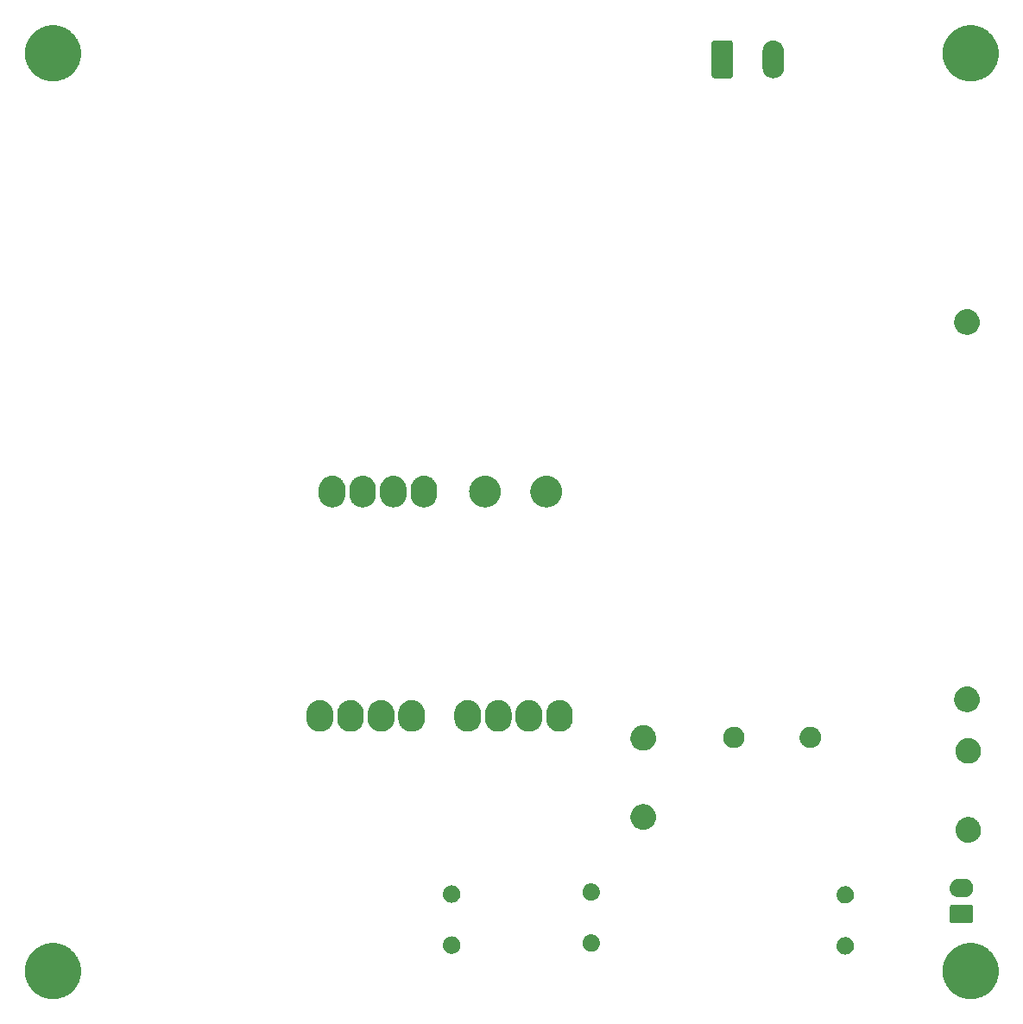
<source format=gbr>
G04 #@! TF.GenerationSoftware,KiCad,Pcbnew,(5.1.0-1152-gc9ccd8a64)*
G04 #@! TF.CreationDate,2019-08-01T10:24:24-04:00*
G04 #@! TF.ProjectId,UPS,5550532e-6b69-4636-9164-5f7063625858,rev?*
G04 #@! TF.SameCoordinates,Original*
G04 #@! TF.FileFunction,Soldermask,Bot*
G04 #@! TF.FilePolarity,Negative*
%FSLAX46Y46*%
G04 Gerber Fmt 4.6, Leading zero omitted, Abs format (unit mm)*
G04 Created by KiCad (PCBNEW (5.1.0-1152-gc9ccd8a64)) date 2019-08-01 10:24:24*
%MOMM*%
%LPD*%
G04 APERTURE LIST*
%ADD10C,0.100000*%
G04 APERTURE END LIST*
D10*
G36*
X95081499Y-92249413D02*
G01*
X95182653Y-92250031D01*
X95243360Y-92257754D01*
X95302411Y-92260797D01*
X95406794Y-92278546D01*
X95511702Y-92291892D01*
X95566432Y-92305690D01*
X95619927Y-92314786D01*
X95726337Y-92346003D01*
X95833340Y-92372980D01*
X95881595Y-92391552D01*
X95928980Y-92405453D01*
X96035669Y-92450849D01*
X96142906Y-92492121D01*
X96184372Y-92514123D01*
X96225346Y-92531557D01*
X96330467Y-92591639D01*
X96435917Y-92647590D01*
X96470539Y-92671698D01*
X96504972Y-92691378D01*
X96606545Y-92766400D01*
X96708128Y-92837134D01*
X96736040Y-92862046D01*
X96764045Y-92882731D01*
X96860070Y-92972747D01*
X96955597Y-93058008D01*
X96977162Y-93082512D01*
X96999021Y-93103003D01*
X97087451Y-93207831D01*
X97174738Y-93307013D01*
X97190494Y-93329982D01*
X97206693Y-93349184D01*
X97285494Y-93468466D01*
X97362377Y-93580541D01*
X97373051Y-93601002D01*
X97384219Y-93617907D01*
X97451335Y-93751064D01*
X97515797Y-93874630D01*
X97522257Y-93891771D01*
X97529191Y-93905528D01*
X97582804Y-94052429D01*
X97632774Y-94185020D01*
X97635987Y-94198150D01*
X97639611Y-94208080D01*
X97677970Y-94369719D01*
X97711615Y-94507216D01*
X97712656Y-94515885D01*
X97713977Y-94521450D01*
X97735476Y-94705850D01*
X97751177Y-94836550D01*
X97746761Y-95225825D01*
X97728492Y-95353391D01*
X97726437Y-95400454D01*
X97711096Y-95474861D01*
X97699737Y-95554176D01*
X97678322Y-95633821D01*
X97661942Y-95713266D01*
X97635632Y-95792587D01*
X97613607Y-95874501D01*
X97584540Y-95946626D01*
X97560545Y-96018967D01*
X97523071Y-96099148D01*
X97489617Y-96182157D01*
X97454382Y-96246116D01*
X97424176Y-96310747D01*
X97375003Y-96390210D01*
X97329565Y-96472690D01*
X97289657Y-96528126D01*
X97254694Y-96584625D01*
X97193513Y-96661679D01*
X97135769Y-96741890D01*
X97092703Y-96788642D01*
X97054420Y-96836857D01*
X96981135Y-96909759D01*
X96911035Y-96985859D01*
X96866267Y-97024027D01*
X96826079Y-97064005D01*
X96740868Y-97130938D01*
X96658619Y-97201062D01*
X96613538Y-97230957D01*
X96572795Y-97262961D01*
X96476063Y-97322123D01*
X96382178Y-97384382D01*
X96338090Y-97406507D01*
X96298036Y-97431005D01*
X96190419Y-97480617D01*
X96085715Y-97533163D01*
X96043771Y-97548222D01*
X96005540Y-97565847D01*
X95887941Y-97604171D01*
X95773525Y-97645250D01*
X95734731Y-97654100D01*
X95699318Y-97665640D01*
X95572884Y-97691019D01*
X95450131Y-97719021D01*
X95415301Y-97722651D01*
X95383547Y-97729025D01*
X95249653Y-97739915D01*
X95120216Y-97753405D01*
X95089960Y-97752903D01*
X95062520Y-97755135D01*
X94922636Y-97750128D01*
X94788560Y-97747905D01*
X94763333Y-97744427D01*
X94740650Y-97743615D01*
X94596347Y-97721404D01*
X94459967Y-97702601D01*
X94439956Y-97697333D01*
X94422326Y-97694619D01*
X94275239Y-97653967D01*
X94139196Y-97618150D01*
X94124405Y-97612279D01*
X94111883Y-97608818D01*
X93962917Y-97548178D01*
X93830895Y-97495773D01*
X93821130Y-97490460D01*
X93813581Y-97487387D01*
X93661548Y-97403633D01*
X93539528Y-97337244D01*
X93534375Y-97333575D01*
X93531474Y-97331977D01*
X93354206Y-97205299D01*
X93269316Y-97144860D01*
X93192276Y-97074636D01*
X93031025Y-96928166D01*
X93028854Y-96925673D01*
X93024174Y-96921407D01*
X92933455Y-96816122D01*
X92819511Y-96685275D01*
X92814911Y-96678545D01*
X92807653Y-96670121D01*
X92728532Y-96552155D01*
X92637780Y-96419366D01*
X92631749Y-96407855D01*
X92622888Y-96394643D01*
X92559166Y-96269311D01*
X92488315Y-96134074D01*
X92481934Y-96117406D01*
X92472557Y-96098964D01*
X92425351Y-95969618D01*
X92373153Y-95833282D01*
X92367568Y-95811291D01*
X92358836Y-95787365D01*
X92328333Y-95656803D01*
X92293873Y-95521114D01*
X92290254Y-95493810D01*
X92283374Y-95464361D01*
X92269212Y-95335054D01*
X92251555Y-95201833D01*
X92251075Y-95169442D01*
X92247262Y-95134631D01*
X92248690Y-95008722D01*
X92246778Y-94879793D01*
X92250573Y-94842747D01*
X92251025Y-94802951D01*
X92266998Y-94682436D01*
X92279605Y-94559389D01*
X92288754Y-94518290D01*
X92294608Y-94474125D01*
X92323837Y-94360695D01*
X92349590Y-94245013D01*
X92365070Y-94200685D01*
X92377379Y-94152917D01*
X92418382Y-94048019D01*
X92455775Y-93940942D01*
X92478454Y-93894341D01*
X92498140Y-93843978D01*
X92549292Y-93748780D01*
X92596711Y-93651341D01*
X92627292Y-93603614D01*
X92655141Y-93551785D01*
X92714713Y-93467179D01*
X92770477Y-93380151D01*
X92809512Y-93332544D01*
X92846108Y-93280570D01*
X92912299Y-93207186D01*
X92974689Y-93131096D01*
X93022528Y-93084979D01*
X93068274Y-93034262D01*
X93139292Y-92972419D01*
X93206567Y-92907565D01*
X93263353Y-92864384D01*
X93318423Y-92816428D01*
X93392483Y-92766191D01*
X93462939Y-92712615D01*
X93528584Y-92673870D01*
X93592929Y-92630223D01*
X93668329Y-92591389D01*
X93740305Y-92548908D01*
X93814503Y-92516106D01*
X93887818Y-92478346D01*
X93962934Y-92450485D01*
X94034885Y-92418676D01*
X94117092Y-92393307D01*
X94198817Y-92362995D01*
X94272148Y-92345457D01*
X94342636Y-92323705D01*
X94432085Y-92307207D01*
X94521421Y-92285842D01*
X94591640Y-92277779D01*
X94659379Y-92265286D01*
X94755079Y-92259014D01*
X94850957Y-92248005D01*
X94916897Y-92248408D01*
X94980761Y-92244222D01*
X95081499Y-92249413D01*
X95081499Y-92249413D01*
G37*
G36*
X5081499Y-92249413D02*
G01*
X5182653Y-92250031D01*
X5243360Y-92257754D01*
X5302411Y-92260797D01*
X5406794Y-92278546D01*
X5511702Y-92291892D01*
X5566432Y-92305690D01*
X5619927Y-92314786D01*
X5726337Y-92346003D01*
X5833340Y-92372980D01*
X5881595Y-92391552D01*
X5928980Y-92405453D01*
X6035669Y-92450849D01*
X6142906Y-92492121D01*
X6184372Y-92514123D01*
X6225346Y-92531557D01*
X6330467Y-92591639D01*
X6435917Y-92647590D01*
X6470539Y-92671698D01*
X6504972Y-92691378D01*
X6606545Y-92766400D01*
X6708128Y-92837134D01*
X6736040Y-92862046D01*
X6764045Y-92882731D01*
X6860070Y-92972747D01*
X6955597Y-93058008D01*
X6977162Y-93082512D01*
X6999021Y-93103003D01*
X7087451Y-93207831D01*
X7174738Y-93307013D01*
X7190494Y-93329982D01*
X7206693Y-93349184D01*
X7285494Y-93468466D01*
X7362377Y-93580541D01*
X7373051Y-93601002D01*
X7384219Y-93617907D01*
X7451335Y-93751064D01*
X7515797Y-93874630D01*
X7522257Y-93891771D01*
X7529191Y-93905528D01*
X7582804Y-94052429D01*
X7632774Y-94185020D01*
X7635987Y-94198150D01*
X7639611Y-94208080D01*
X7677970Y-94369719D01*
X7711615Y-94507216D01*
X7712656Y-94515885D01*
X7713977Y-94521450D01*
X7735476Y-94705850D01*
X7751177Y-94836550D01*
X7746761Y-95225825D01*
X7728492Y-95353391D01*
X7726437Y-95400454D01*
X7711096Y-95474861D01*
X7699737Y-95554176D01*
X7678322Y-95633821D01*
X7661942Y-95713266D01*
X7635632Y-95792587D01*
X7613607Y-95874501D01*
X7584540Y-95946626D01*
X7560545Y-96018967D01*
X7523071Y-96099148D01*
X7489617Y-96182157D01*
X7454382Y-96246116D01*
X7424176Y-96310747D01*
X7375003Y-96390210D01*
X7329565Y-96472690D01*
X7289657Y-96528126D01*
X7254694Y-96584625D01*
X7193513Y-96661679D01*
X7135769Y-96741890D01*
X7092703Y-96788642D01*
X7054420Y-96836857D01*
X6981135Y-96909759D01*
X6911035Y-96985859D01*
X6866267Y-97024027D01*
X6826079Y-97064005D01*
X6740868Y-97130938D01*
X6658619Y-97201062D01*
X6613538Y-97230957D01*
X6572795Y-97262961D01*
X6476063Y-97322123D01*
X6382178Y-97384382D01*
X6338090Y-97406507D01*
X6298036Y-97431005D01*
X6190419Y-97480617D01*
X6085715Y-97533163D01*
X6043771Y-97548222D01*
X6005540Y-97565847D01*
X5887941Y-97604171D01*
X5773525Y-97645250D01*
X5734731Y-97654100D01*
X5699318Y-97665640D01*
X5572884Y-97691019D01*
X5450131Y-97719021D01*
X5415301Y-97722651D01*
X5383547Y-97729025D01*
X5249653Y-97739915D01*
X5120216Y-97753405D01*
X5089960Y-97752903D01*
X5062520Y-97755135D01*
X4922636Y-97750128D01*
X4788560Y-97747905D01*
X4763333Y-97744427D01*
X4740650Y-97743615D01*
X4596347Y-97721404D01*
X4459967Y-97702601D01*
X4439956Y-97697333D01*
X4422326Y-97694619D01*
X4275239Y-97653967D01*
X4139196Y-97618150D01*
X4124405Y-97612279D01*
X4111883Y-97608818D01*
X3962917Y-97548178D01*
X3830895Y-97495773D01*
X3821130Y-97490460D01*
X3813581Y-97487387D01*
X3661548Y-97403633D01*
X3539528Y-97337244D01*
X3534375Y-97333575D01*
X3531474Y-97331977D01*
X3354206Y-97205299D01*
X3269316Y-97144860D01*
X3192276Y-97074636D01*
X3031025Y-96928166D01*
X3028854Y-96925673D01*
X3024174Y-96921407D01*
X2933455Y-96816122D01*
X2819511Y-96685275D01*
X2814911Y-96678545D01*
X2807653Y-96670121D01*
X2728532Y-96552155D01*
X2637780Y-96419366D01*
X2631749Y-96407855D01*
X2622888Y-96394643D01*
X2559166Y-96269311D01*
X2488315Y-96134074D01*
X2481934Y-96117406D01*
X2472557Y-96098964D01*
X2425351Y-95969618D01*
X2373153Y-95833282D01*
X2367568Y-95811291D01*
X2358836Y-95787365D01*
X2328333Y-95656803D01*
X2293873Y-95521114D01*
X2290254Y-95493810D01*
X2283374Y-95464361D01*
X2269212Y-95335054D01*
X2251555Y-95201833D01*
X2251075Y-95169442D01*
X2247262Y-95134631D01*
X2248690Y-95008722D01*
X2246778Y-94879793D01*
X2250573Y-94842747D01*
X2251025Y-94802951D01*
X2266998Y-94682436D01*
X2279605Y-94559389D01*
X2288754Y-94518290D01*
X2294608Y-94474125D01*
X2323837Y-94360695D01*
X2349590Y-94245013D01*
X2365070Y-94200685D01*
X2377379Y-94152917D01*
X2418382Y-94048019D01*
X2455775Y-93940942D01*
X2478454Y-93894341D01*
X2498140Y-93843978D01*
X2549292Y-93748780D01*
X2596711Y-93651341D01*
X2627292Y-93603614D01*
X2655141Y-93551785D01*
X2714713Y-93467179D01*
X2770477Y-93380151D01*
X2809512Y-93332544D01*
X2846108Y-93280570D01*
X2912299Y-93207186D01*
X2974689Y-93131096D01*
X3022528Y-93084979D01*
X3068274Y-93034262D01*
X3139292Y-92972419D01*
X3206567Y-92907565D01*
X3263353Y-92864384D01*
X3318423Y-92816428D01*
X3392483Y-92766191D01*
X3462939Y-92712615D01*
X3528584Y-92673870D01*
X3592929Y-92630223D01*
X3668329Y-92591389D01*
X3740305Y-92548908D01*
X3814503Y-92516106D01*
X3887818Y-92478346D01*
X3962934Y-92450485D01*
X4034885Y-92418676D01*
X4117092Y-92393307D01*
X4198817Y-92362995D01*
X4272148Y-92345457D01*
X4342636Y-92323705D01*
X4432085Y-92307207D01*
X4521421Y-92285842D01*
X4591640Y-92277779D01*
X4659379Y-92265286D01*
X4755079Y-92259014D01*
X4850957Y-92248005D01*
X4916897Y-92248408D01*
X4980761Y-92244222D01*
X5081499Y-92249413D01*
X5081499Y-92249413D01*
G37*
G36*
X82705376Y-91676226D02*
G01*
X82747166Y-91674182D01*
X82791456Y-91681039D01*
X82842210Y-91683876D01*
X82882563Y-91695143D01*
X82918021Y-91700632D01*
X82965604Y-91718328D01*
X83020298Y-91733599D01*
X83052022Y-91750467D01*
X83080059Y-91760894D01*
X83128157Y-91790949D01*
X83183553Y-91820404D01*
X83206368Y-91839821D01*
X83226671Y-91852508D01*
X83272041Y-91895713D01*
X83324361Y-91940241D01*
X83338863Y-91959347D01*
X83351872Y-91971735D01*
X83391016Y-92028055D01*
X83436151Y-92087518D01*
X83443702Y-92103859D01*
X83450542Y-92113701D01*
X83479908Y-92182217D01*
X83513707Y-92255365D01*
X83516285Y-92267092D01*
X83518647Y-92272602D01*
X83534829Y-92351436D01*
X83553411Y-92435951D01*
X83552745Y-92626788D01*
X83533581Y-92711138D01*
X83516843Y-92789885D01*
X83514441Y-92795382D01*
X83511781Y-92807092D01*
X83477469Y-92880009D01*
X83447627Y-92948315D01*
X83440718Y-92958109D01*
X83433055Y-92974394D01*
X83387514Y-93033530D01*
X83347970Y-93089587D01*
X83334872Y-93101887D01*
X83320240Y-93120887D01*
X83267627Y-93165035D01*
X83221944Y-93207934D01*
X83201547Y-93220482D01*
X83178599Y-93239738D01*
X83123000Y-93268805D01*
X83074693Y-93298523D01*
X83046584Y-93308754D01*
X83014741Y-93325401D01*
X82959934Y-93340292D01*
X82912231Y-93357654D01*
X82876740Y-93362895D01*
X82836311Y-93373879D01*
X82785539Y-93376362D01*
X82741203Y-93382909D01*
X82699427Y-93380574D01*
X82651633Y-93382911D01*
X82607392Y-93375428D01*
X82568589Y-93373259D01*
X82522380Y-93361050D01*
X82469323Y-93352076D01*
X82433239Y-93337497D01*
X82401435Y-93329094D01*
X82353297Y-93305199D01*
X82297888Y-93282812D01*
X82270711Y-93264204D01*
X82246582Y-93252226D01*
X82199528Y-93215463D01*
X82145326Y-93178350D01*
X82126869Y-93158695D01*
X82110350Y-93145789D01*
X82067800Y-93095793D01*
X82018754Y-93043564D01*
X82008008Y-93025538D01*
X81998296Y-93014126D01*
X81963801Y-92951381D01*
X81924078Y-92884744D01*
X81919343Y-92870511D01*
X81915010Y-92862629D01*
X81892092Y-92788592D01*
X81865714Y-92709298D01*
X81864772Y-92700334D01*
X81863886Y-92697472D01*
X81855747Y-92614468D01*
X81846387Y-92525412D01*
X81856367Y-92436444D01*
X81865087Y-92353478D01*
X81865993Y-92350620D01*
X81866998Y-92341665D01*
X81893930Y-92262553D01*
X81917363Y-92188681D01*
X81921750Y-92180832D01*
X81926584Y-92166631D01*
X81966782Y-92100257D01*
X82001704Y-92037771D01*
X82011492Y-92026431D01*
X82022367Y-92008475D01*
X82071785Y-91956581D01*
X82114673Y-91906895D01*
X82131279Y-91894107D01*
X82149877Y-91874577D01*
X82204352Y-91837833D01*
X82251650Y-91801409D01*
X82275858Y-91789602D01*
X82303165Y-91771183D01*
X82358719Y-91749187D01*
X82407033Y-91725623D01*
X82438903Y-91717440D01*
X82475079Y-91703117D01*
X82528195Y-91694514D01*
X82574488Y-91682628D01*
X82613303Y-91680730D01*
X82657599Y-91673555D01*
X82705376Y-91676226D01*
X82705376Y-91676226D01*
G37*
G36*
X44097376Y-91600026D02*
G01*
X44139166Y-91597982D01*
X44183456Y-91604839D01*
X44234210Y-91607676D01*
X44274563Y-91618943D01*
X44310021Y-91624432D01*
X44357604Y-91642128D01*
X44412298Y-91657399D01*
X44444022Y-91674267D01*
X44472059Y-91684694D01*
X44520157Y-91714749D01*
X44575553Y-91744204D01*
X44598368Y-91763621D01*
X44618671Y-91776308D01*
X44664041Y-91819513D01*
X44716361Y-91864041D01*
X44730863Y-91883147D01*
X44743872Y-91895535D01*
X44783016Y-91951855D01*
X44828151Y-92011318D01*
X44835702Y-92027659D01*
X44842542Y-92037501D01*
X44871908Y-92106017D01*
X44905707Y-92179165D01*
X44908285Y-92190892D01*
X44910647Y-92196402D01*
X44926829Y-92275236D01*
X44945411Y-92359751D01*
X44944745Y-92550588D01*
X44925581Y-92634938D01*
X44908843Y-92713685D01*
X44906441Y-92719182D01*
X44903781Y-92730892D01*
X44869469Y-92803809D01*
X44839627Y-92872115D01*
X44832718Y-92881909D01*
X44825055Y-92898194D01*
X44779514Y-92957330D01*
X44739970Y-93013387D01*
X44726872Y-93025687D01*
X44712240Y-93044687D01*
X44659627Y-93088835D01*
X44613944Y-93131734D01*
X44593547Y-93144282D01*
X44570599Y-93163538D01*
X44515000Y-93192605D01*
X44466693Y-93222323D01*
X44438584Y-93232554D01*
X44406741Y-93249201D01*
X44351934Y-93264092D01*
X44304231Y-93281454D01*
X44268740Y-93286695D01*
X44228311Y-93297679D01*
X44177539Y-93300162D01*
X44133203Y-93306709D01*
X44091427Y-93304374D01*
X44043633Y-93306711D01*
X43999392Y-93299228D01*
X43960589Y-93297059D01*
X43914380Y-93284850D01*
X43861323Y-93275876D01*
X43825239Y-93261297D01*
X43793435Y-93252894D01*
X43745297Y-93228999D01*
X43689888Y-93206612D01*
X43662711Y-93188004D01*
X43638582Y-93176026D01*
X43591528Y-93139263D01*
X43537326Y-93102150D01*
X43518869Y-93082495D01*
X43502350Y-93069589D01*
X43459800Y-93019593D01*
X43410754Y-92967364D01*
X43400008Y-92949338D01*
X43390296Y-92937926D01*
X43355801Y-92875181D01*
X43316078Y-92808544D01*
X43311343Y-92794311D01*
X43307010Y-92786429D01*
X43284092Y-92712392D01*
X43257714Y-92633098D01*
X43256772Y-92624134D01*
X43255886Y-92621272D01*
X43247747Y-92538268D01*
X43238387Y-92449212D01*
X43248367Y-92360244D01*
X43257087Y-92277278D01*
X43257993Y-92274420D01*
X43258998Y-92265465D01*
X43285930Y-92186353D01*
X43309363Y-92112481D01*
X43313750Y-92104632D01*
X43318584Y-92090431D01*
X43358782Y-92024057D01*
X43393704Y-91961571D01*
X43403492Y-91950231D01*
X43414367Y-91932275D01*
X43463785Y-91880381D01*
X43506673Y-91830695D01*
X43523279Y-91817907D01*
X43541877Y-91798377D01*
X43596352Y-91761633D01*
X43643650Y-91725209D01*
X43667858Y-91713402D01*
X43695165Y-91694983D01*
X43750719Y-91672987D01*
X43799033Y-91649423D01*
X43830903Y-91641240D01*
X43867079Y-91626917D01*
X43920195Y-91618314D01*
X43966488Y-91606428D01*
X44005303Y-91604530D01*
X44049599Y-91597355D01*
X44097376Y-91600026D01*
X44097376Y-91600026D01*
G37*
G36*
X57787976Y-91396826D02*
G01*
X57829766Y-91394782D01*
X57874056Y-91401639D01*
X57924810Y-91404476D01*
X57965163Y-91415743D01*
X58000621Y-91421232D01*
X58048204Y-91438928D01*
X58102898Y-91454199D01*
X58134622Y-91471067D01*
X58162659Y-91481494D01*
X58210757Y-91511549D01*
X58266153Y-91541004D01*
X58288968Y-91560421D01*
X58309271Y-91573108D01*
X58354641Y-91616313D01*
X58406961Y-91660841D01*
X58421463Y-91679947D01*
X58434472Y-91692335D01*
X58473616Y-91748655D01*
X58518751Y-91808118D01*
X58526302Y-91824459D01*
X58533142Y-91834301D01*
X58562508Y-91902817D01*
X58596307Y-91975965D01*
X58598885Y-91987692D01*
X58601247Y-91993202D01*
X58617429Y-92072036D01*
X58636011Y-92156551D01*
X58635345Y-92347388D01*
X58616181Y-92431738D01*
X58599443Y-92510485D01*
X58597041Y-92515982D01*
X58594381Y-92527692D01*
X58560069Y-92600609D01*
X58530227Y-92668915D01*
X58523318Y-92678709D01*
X58515655Y-92694994D01*
X58470114Y-92754130D01*
X58430570Y-92810187D01*
X58417472Y-92822487D01*
X58402840Y-92841487D01*
X58350227Y-92885635D01*
X58304544Y-92928534D01*
X58284147Y-92941082D01*
X58261199Y-92960338D01*
X58205600Y-92989405D01*
X58157293Y-93019123D01*
X58129184Y-93029354D01*
X58097341Y-93046001D01*
X58042534Y-93060892D01*
X57994831Y-93078254D01*
X57959340Y-93083495D01*
X57918911Y-93094479D01*
X57868139Y-93096962D01*
X57823803Y-93103509D01*
X57782027Y-93101174D01*
X57734233Y-93103511D01*
X57689992Y-93096028D01*
X57651189Y-93093859D01*
X57604980Y-93081650D01*
X57551923Y-93072676D01*
X57515839Y-93058097D01*
X57484035Y-93049694D01*
X57435897Y-93025799D01*
X57380488Y-93003412D01*
X57353311Y-92984804D01*
X57329182Y-92972826D01*
X57282128Y-92936063D01*
X57227926Y-92898950D01*
X57209469Y-92879295D01*
X57192950Y-92866389D01*
X57150400Y-92816393D01*
X57101354Y-92764164D01*
X57090608Y-92746138D01*
X57080896Y-92734726D01*
X57046401Y-92671981D01*
X57006678Y-92605344D01*
X57001943Y-92591111D01*
X56997610Y-92583229D01*
X56974692Y-92509192D01*
X56948314Y-92429898D01*
X56947372Y-92420934D01*
X56946486Y-92418072D01*
X56938347Y-92335068D01*
X56928987Y-92246012D01*
X56938967Y-92157044D01*
X56947687Y-92074078D01*
X56948593Y-92071220D01*
X56949598Y-92062265D01*
X56976530Y-91983153D01*
X56999963Y-91909281D01*
X57004350Y-91901432D01*
X57009184Y-91887231D01*
X57049382Y-91820857D01*
X57084304Y-91758371D01*
X57094092Y-91747031D01*
X57104967Y-91729075D01*
X57154385Y-91677181D01*
X57197273Y-91627495D01*
X57213879Y-91614707D01*
X57232477Y-91595177D01*
X57286952Y-91558433D01*
X57334250Y-91522009D01*
X57358458Y-91510202D01*
X57385765Y-91491783D01*
X57441319Y-91469787D01*
X57489633Y-91446223D01*
X57521503Y-91438040D01*
X57557679Y-91423717D01*
X57610795Y-91415114D01*
X57657088Y-91403228D01*
X57695903Y-91401330D01*
X57740199Y-91394155D01*
X57787976Y-91396826D01*
X57787976Y-91396826D01*
G37*
G36*
X95036756Y-88491764D02*
G01*
X95048227Y-88497288D01*
X95056287Y-88498795D01*
X95073547Y-88509482D01*
X95118638Y-88531197D01*
X95138738Y-88549847D01*
X95151964Y-88558036D01*
X95162265Y-88571676D01*
X95185264Y-88593016D01*
X95207614Y-88631727D01*
X95219781Y-88647839D01*
X95221751Y-88656213D01*
X95229506Y-88669646D01*
X95248419Y-88769601D01*
X95251883Y-88784330D01*
X95251883Y-88787909D01*
X95253194Y-88794838D01*
X95253194Y-90007517D01*
X95238236Y-90106756D01*
X95232712Y-90118227D01*
X95231205Y-90126287D01*
X95220518Y-90143547D01*
X95198803Y-90188638D01*
X95180153Y-90208738D01*
X95171964Y-90221964D01*
X95158324Y-90232265D01*
X95136984Y-90255264D01*
X95098273Y-90277614D01*
X95082161Y-90289781D01*
X95073787Y-90291751D01*
X95060354Y-90299506D01*
X94960399Y-90318419D01*
X94945670Y-90321883D01*
X94942091Y-90321883D01*
X94935162Y-90323194D01*
X93262483Y-90323194D01*
X93163244Y-90308236D01*
X93151773Y-90302712D01*
X93143713Y-90301205D01*
X93126453Y-90290518D01*
X93081362Y-90268803D01*
X93061262Y-90250153D01*
X93048036Y-90241964D01*
X93037735Y-90228324D01*
X93014736Y-90206984D01*
X92992386Y-90168273D01*
X92980219Y-90152161D01*
X92978249Y-90143787D01*
X92970494Y-90130354D01*
X92951581Y-90030399D01*
X92948117Y-90015670D01*
X92948117Y-90012091D01*
X92946806Y-90005162D01*
X92946806Y-88792483D01*
X92961764Y-88693244D01*
X92967288Y-88681773D01*
X92968795Y-88673713D01*
X92979482Y-88656453D01*
X93001197Y-88611362D01*
X93019847Y-88591262D01*
X93028036Y-88578036D01*
X93041676Y-88567735D01*
X93063016Y-88544736D01*
X93101727Y-88522386D01*
X93117839Y-88510219D01*
X93126213Y-88508249D01*
X93139646Y-88500494D01*
X93239601Y-88481581D01*
X93254330Y-88478117D01*
X93257909Y-88478117D01*
X93264838Y-88476806D01*
X94937517Y-88476806D01*
X95036756Y-88491764D01*
X95036756Y-88491764D01*
G37*
G36*
X82705376Y-86676226D02*
G01*
X82747166Y-86674182D01*
X82791456Y-86681039D01*
X82842210Y-86683876D01*
X82882563Y-86695143D01*
X82918021Y-86700632D01*
X82965604Y-86718328D01*
X83020298Y-86733599D01*
X83052022Y-86750467D01*
X83080059Y-86760894D01*
X83128157Y-86790949D01*
X83183553Y-86820404D01*
X83206368Y-86839821D01*
X83226671Y-86852508D01*
X83272041Y-86895713D01*
X83324361Y-86940241D01*
X83338863Y-86959347D01*
X83351872Y-86971735D01*
X83391016Y-87028055D01*
X83436151Y-87087518D01*
X83443702Y-87103859D01*
X83450542Y-87113701D01*
X83479908Y-87182217D01*
X83513707Y-87255365D01*
X83516285Y-87267092D01*
X83518647Y-87272602D01*
X83534829Y-87351436D01*
X83553411Y-87435951D01*
X83552745Y-87626788D01*
X83533581Y-87711138D01*
X83516843Y-87789885D01*
X83514441Y-87795382D01*
X83511781Y-87807092D01*
X83477469Y-87880009D01*
X83447627Y-87948315D01*
X83440718Y-87958109D01*
X83433055Y-87974394D01*
X83387514Y-88033530D01*
X83347970Y-88089587D01*
X83334872Y-88101887D01*
X83320240Y-88120887D01*
X83267627Y-88165035D01*
X83221944Y-88207934D01*
X83201547Y-88220482D01*
X83178599Y-88239738D01*
X83123000Y-88268805D01*
X83074693Y-88298523D01*
X83046584Y-88308754D01*
X83014741Y-88325401D01*
X82959934Y-88340292D01*
X82912231Y-88357654D01*
X82876740Y-88362895D01*
X82836311Y-88373879D01*
X82785539Y-88376362D01*
X82741203Y-88382909D01*
X82699427Y-88380574D01*
X82651633Y-88382911D01*
X82607392Y-88375428D01*
X82568589Y-88373259D01*
X82522380Y-88361050D01*
X82469323Y-88352076D01*
X82433239Y-88337497D01*
X82401435Y-88329094D01*
X82353297Y-88305199D01*
X82297888Y-88282812D01*
X82270711Y-88264204D01*
X82246582Y-88252226D01*
X82199528Y-88215463D01*
X82145326Y-88178350D01*
X82126869Y-88158695D01*
X82110350Y-88145789D01*
X82067800Y-88095793D01*
X82018754Y-88043564D01*
X82008008Y-88025538D01*
X81998296Y-88014126D01*
X81963801Y-87951381D01*
X81924078Y-87884744D01*
X81919343Y-87870511D01*
X81915010Y-87862629D01*
X81892092Y-87788592D01*
X81865714Y-87709298D01*
X81864772Y-87700334D01*
X81863886Y-87697472D01*
X81855747Y-87614468D01*
X81846387Y-87525412D01*
X81856367Y-87436444D01*
X81865087Y-87353478D01*
X81865993Y-87350620D01*
X81866998Y-87341665D01*
X81893930Y-87262553D01*
X81917363Y-87188681D01*
X81921750Y-87180832D01*
X81926584Y-87166631D01*
X81966782Y-87100257D01*
X82001704Y-87037771D01*
X82011492Y-87026431D01*
X82022367Y-87008475D01*
X82071785Y-86956581D01*
X82114673Y-86906895D01*
X82131279Y-86894107D01*
X82149877Y-86874577D01*
X82204352Y-86837833D01*
X82251650Y-86801409D01*
X82275858Y-86789602D01*
X82303165Y-86771183D01*
X82358719Y-86749187D01*
X82407033Y-86725623D01*
X82438903Y-86717440D01*
X82475079Y-86703117D01*
X82528195Y-86694514D01*
X82574488Y-86682628D01*
X82613303Y-86680730D01*
X82657599Y-86673555D01*
X82705376Y-86676226D01*
X82705376Y-86676226D01*
G37*
G36*
X44097376Y-86600026D02*
G01*
X44139166Y-86597982D01*
X44183456Y-86604839D01*
X44234210Y-86607676D01*
X44274563Y-86618943D01*
X44310021Y-86624432D01*
X44357604Y-86642128D01*
X44412298Y-86657399D01*
X44444022Y-86674267D01*
X44472059Y-86684694D01*
X44520157Y-86714749D01*
X44575553Y-86744204D01*
X44598368Y-86763621D01*
X44618671Y-86776308D01*
X44664041Y-86819513D01*
X44716361Y-86864041D01*
X44730863Y-86883147D01*
X44743872Y-86895535D01*
X44783016Y-86951855D01*
X44828151Y-87011318D01*
X44835702Y-87027659D01*
X44842542Y-87037501D01*
X44871908Y-87106017D01*
X44905707Y-87179165D01*
X44908285Y-87190892D01*
X44910647Y-87196402D01*
X44926829Y-87275236D01*
X44945411Y-87359751D01*
X44944745Y-87550588D01*
X44925581Y-87634938D01*
X44908843Y-87713685D01*
X44906441Y-87719182D01*
X44903781Y-87730892D01*
X44869469Y-87803809D01*
X44839627Y-87872115D01*
X44832718Y-87881909D01*
X44825055Y-87898194D01*
X44779514Y-87957330D01*
X44739970Y-88013387D01*
X44726872Y-88025687D01*
X44712240Y-88044687D01*
X44659627Y-88088835D01*
X44613944Y-88131734D01*
X44593547Y-88144282D01*
X44570599Y-88163538D01*
X44515000Y-88192605D01*
X44466693Y-88222323D01*
X44438584Y-88232554D01*
X44406741Y-88249201D01*
X44351934Y-88264092D01*
X44304231Y-88281454D01*
X44268740Y-88286695D01*
X44228311Y-88297679D01*
X44177539Y-88300162D01*
X44133203Y-88306709D01*
X44091427Y-88304374D01*
X44043633Y-88306711D01*
X43999392Y-88299228D01*
X43960589Y-88297059D01*
X43914380Y-88284850D01*
X43861323Y-88275876D01*
X43825239Y-88261297D01*
X43793435Y-88252894D01*
X43745297Y-88228999D01*
X43689888Y-88206612D01*
X43662711Y-88188004D01*
X43638582Y-88176026D01*
X43591528Y-88139263D01*
X43537326Y-88102150D01*
X43518869Y-88082495D01*
X43502350Y-88069589D01*
X43459800Y-88019593D01*
X43410754Y-87967364D01*
X43400008Y-87949338D01*
X43390296Y-87937926D01*
X43355801Y-87875181D01*
X43316078Y-87808544D01*
X43311343Y-87794311D01*
X43307010Y-87786429D01*
X43284092Y-87712392D01*
X43257714Y-87633098D01*
X43256772Y-87624134D01*
X43255886Y-87621272D01*
X43247747Y-87538268D01*
X43238387Y-87449212D01*
X43248367Y-87360244D01*
X43257087Y-87277278D01*
X43257993Y-87274420D01*
X43258998Y-87265465D01*
X43285930Y-87186353D01*
X43309363Y-87112481D01*
X43313750Y-87104632D01*
X43318584Y-87090431D01*
X43358782Y-87024057D01*
X43393704Y-86961571D01*
X43403492Y-86950231D01*
X43414367Y-86932275D01*
X43463785Y-86880381D01*
X43506673Y-86830695D01*
X43523279Y-86817907D01*
X43541877Y-86798377D01*
X43596352Y-86761633D01*
X43643650Y-86725209D01*
X43667858Y-86713402D01*
X43695165Y-86694983D01*
X43750719Y-86672987D01*
X43799033Y-86649423D01*
X43830903Y-86641240D01*
X43867079Y-86626917D01*
X43920195Y-86618314D01*
X43966488Y-86606428D01*
X44005303Y-86604530D01*
X44049599Y-86597355D01*
X44097376Y-86600026D01*
X44097376Y-86600026D01*
G37*
G36*
X57787976Y-86396826D02*
G01*
X57829766Y-86394782D01*
X57874056Y-86401639D01*
X57924810Y-86404476D01*
X57965163Y-86415743D01*
X58000621Y-86421232D01*
X58048204Y-86438928D01*
X58102898Y-86454199D01*
X58134622Y-86471067D01*
X58162659Y-86481494D01*
X58210757Y-86511549D01*
X58266153Y-86541004D01*
X58288968Y-86560421D01*
X58309271Y-86573108D01*
X58354641Y-86616313D01*
X58406961Y-86660841D01*
X58421463Y-86679947D01*
X58434472Y-86692335D01*
X58473616Y-86748655D01*
X58518751Y-86808118D01*
X58526302Y-86824459D01*
X58533142Y-86834301D01*
X58562508Y-86902817D01*
X58596307Y-86975965D01*
X58598885Y-86987692D01*
X58601247Y-86993202D01*
X58617429Y-87072036D01*
X58636011Y-87156551D01*
X58635345Y-87347388D01*
X58616181Y-87431738D01*
X58599443Y-87510485D01*
X58597041Y-87515982D01*
X58594381Y-87527692D01*
X58560069Y-87600609D01*
X58530227Y-87668915D01*
X58523318Y-87678709D01*
X58515655Y-87694994D01*
X58470114Y-87754130D01*
X58430570Y-87810187D01*
X58417472Y-87822487D01*
X58402840Y-87841487D01*
X58350227Y-87885635D01*
X58304544Y-87928534D01*
X58284147Y-87941082D01*
X58261199Y-87960338D01*
X58205600Y-87989405D01*
X58157293Y-88019123D01*
X58129184Y-88029354D01*
X58097341Y-88046001D01*
X58042534Y-88060892D01*
X57994831Y-88078254D01*
X57959340Y-88083495D01*
X57918911Y-88094479D01*
X57868139Y-88096962D01*
X57823803Y-88103509D01*
X57782027Y-88101174D01*
X57734233Y-88103511D01*
X57689992Y-88096028D01*
X57651189Y-88093859D01*
X57604980Y-88081650D01*
X57551923Y-88072676D01*
X57515839Y-88058097D01*
X57484035Y-88049694D01*
X57435897Y-88025799D01*
X57380488Y-88003412D01*
X57353311Y-87984804D01*
X57329182Y-87972826D01*
X57282128Y-87936063D01*
X57227926Y-87898950D01*
X57209469Y-87879295D01*
X57192950Y-87866389D01*
X57150400Y-87816393D01*
X57101354Y-87764164D01*
X57090608Y-87746138D01*
X57080896Y-87734726D01*
X57046401Y-87671981D01*
X57006678Y-87605344D01*
X57001943Y-87591111D01*
X56997610Y-87583229D01*
X56974692Y-87509192D01*
X56948314Y-87429898D01*
X56947372Y-87420934D01*
X56946486Y-87418072D01*
X56938347Y-87335068D01*
X56928987Y-87246012D01*
X56938967Y-87157044D01*
X56947687Y-87074078D01*
X56948593Y-87071220D01*
X56949598Y-87062265D01*
X56976530Y-86983153D01*
X56999963Y-86909281D01*
X57004350Y-86901432D01*
X57009184Y-86887231D01*
X57049382Y-86820857D01*
X57084304Y-86758371D01*
X57094092Y-86747031D01*
X57104967Y-86729075D01*
X57154385Y-86677181D01*
X57197273Y-86627495D01*
X57213879Y-86614707D01*
X57232477Y-86595177D01*
X57286952Y-86558433D01*
X57334250Y-86522009D01*
X57358458Y-86510202D01*
X57385765Y-86491783D01*
X57441319Y-86469787D01*
X57489633Y-86446223D01*
X57521503Y-86438040D01*
X57557679Y-86423717D01*
X57610795Y-86415114D01*
X57657088Y-86403228D01*
X57695903Y-86401330D01*
X57740199Y-86394155D01*
X57787976Y-86396826D01*
X57787976Y-86396826D01*
G37*
G36*
X94522541Y-85954164D02*
G01*
X94605459Y-85981105D01*
X94694576Y-86009375D01*
X94697628Y-86011053D01*
X94706668Y-86013990D01*
X94780320Y-86056513D01*
X94852856Y-86096390D01*
X94860504Y-86102807D01*
X94874332Y-86110791D01*
X94933373Y-86163952D01*
X94991216Y-86212488D01*
X95001544Y-86225333D01*
X95018206Y-86240336D01*
X95061342Y-86299708D01*
X95104395Y-86353255D01*
X95115039Y-86373615D01*
X95132003Y-86396964D01*
X95159311Y-86458300D01*
X95188074Y-86513317D01*
X95196396Y-86541593D01*
X95210748Y-86573828D01*
X95223396Y-86633330D01*
X95239068Y-86686581D01*
X95242328Y-86722400D01*
X95251000Y-86763199D01*
X95251000Y-86817689D01*
X95255439Y-86866464D01*
X95251000Y-86908697D01*
X95251000Y-86956801D01*
X95240998Y-87003858D01*
X95236559Y-87046088D01*
X95222078Y-87092870D01*
X95210748Y-87146172D01*
X95193783Y-87184276D01*
X95183148Y-87218633D01*
X95156748Y-87267458D01*
X95132003Y-87323037D01*
X95111259Y-87351589D01*
X95097242Y-87377512D01*
X95057673Y-87425342D01*
X95018206Y-87479664D01*
X94996759Y-87498975D01*
X94982113Y-87516679D01*
X94928863Y-87560109D01*
X94874332Y-87609209D01*
X94854917Y-87620418D01*
X94842145Y-87630835D01*
X94775473Y-87666285D01*
X94706668Y-87706010D01*
X94691483Y-87710944D01*
X94682666Y-87715632D01*
X94603392Y-87739566D01*
X94522541Y-87765836D01*
X94513092Y-87766829D01*
X94509754Y-87767837D01*
X94416605Y-87776970D01*
X94378266Y-87781000D01*
X93821734Y-87781000D01*
X93677459Y-87765836D01*
X93594541Y-87738895D01*
X93505424Y-87710625D01*
X93502372Y-87708947D01*
X93493332Y-87706010D01*
X93419680Y-87663487D01*
X93347144Y-87623610D01*
X93339496Y-87617193D01*
X93325668Y-87609209D01*
X93266627Y-87556048D01*
X93208784Y-87507512D01*
X93198456Y-87494667D01*
X93181794Y-87479664D01*
X93138658Y-87420292D01*
X93095605Y-87366745D01*
X93084961Y-87346385D01*
X93067997Y-87323036D01*
X93040689Y-87261700D01*
X93011926Y-87206683D01*
X93003604Y-87178407D01*
X92989252Y-87146172D01*
X92976604Y-87086670D01*
X92960932Y-87033419D01*
X92957672Y-86997600D01*
X92949000Y-86956801D01*
X92949000Y-86902311D01*
X92944561Y-86853536D01*
X92949000Y-86811303D01*
X92949000Y-86763199D01*
X92959002Y-86716142D01*
X92963441Y-86673912D01*
X92977922Y-86627130D01*
X92989252Y-86573828D01*
X93006217Y-86535724D01*
X93016852Y-86501367D01*
X93043252Y-86452542D01*
X93067997Y-86396963D01*
X93088741Y-86368411D01*
X93102758Y-86342488D01*
X93142327Y-86294658D01*
X93181794Y-86240336D01*
X93203241Y-86221025D01*
X93217887Y-86203321D01*
X93271137Y-86159891D01*
X93325668Y-86110791D01*
X93345083Y-86099582D01*
X93357855Y-86089165D01*
X93424527Y-86053715D01*
X93493332Y-86013990D01*
X93508517Y-86009056D01*
X93517334Y-86004368D01*
X93596608Y-85980434D01*
X93677459Y-85954164D01*
X93686908Y-85953171D01*
X93690246Y-85952163D01*
X93783395Y-85943030D01*
X93821734Y-85939000D01*
X94378266Y-85939000D01*
X94522541Y-85954164D01*
X94522541Y-85954164D01*
G37*
G36*
X94777105Y-79900994D02*
G01*
X94839704Y-79899027D01*
X94889628Y-79906399D01*
X94933449Y-79908504D01*
X94993165Y-79921688D01*
X95060620Y-79931649D01*
X95103224Y-79945987D01*
X95140764Y-79954275D01*
X95202372Y-79979354D01*
X95272269Y-80002877D01*
X95306823Y-80021873D01*
X95337397Y-80034319D01*
X95398422Y-80072230D01*
X95467959Y-80110458D01*
X95494321Y-80131806D01*
X95517733Y-80146350D01*
X95575435Y-80197490D01*
X95641505Y-80250993D01*
X95660072Y-80272503D01*
X95676615Y-80287165D01*
X95728109Y-80351325D01*
X95787422Y-80420040D01*
X95799081Y-80439754D01*
X95809501Y-80452737D01*
X95851859Y-80528996D01*
X95901098Y-80612254D01*
X95907163Y-80628563D01*
X95912590Y-80638333D01*
X95942985Y-80724886D01*
X95978938Y-80821561D01*
X95981043Y-80833258D01*
X95982934Y-80838644D01*
X95998794Y-80931915D01*
X96018483Y-81041344D01*
X96018339Y-81046858D01*
X96018421Y-81047343D01*
X96015933Y-81284833D01*
X96011502Y-81307953D01*
X96010925Y-81329980D01*
X95990988Y-81414982D01*
X95976084Y-81492744D01*
X95967176Y-81516506D01*
X95959932Y-81547392D01*
X95927516Y-81622301D01*
X95901561Y-81691537D01*
X95886032Y-81718166D01*
X95871244Y-81752338D01*
X95829191Y-81815633D01*
X95794607Y-81874935D01*
X95771315Y-81902742D01*
X95747664Y-81938340D01*
X95698935Y-81989154D01*
X95658283Y-82037687D01*
X95626500Y-82064688D01*
X95593100Y-82099518D01*
X95540638Y-82137634D01*
X95496486Y-82175144D01*
X95455945Y-82199167D01*
X95412437Y-82230778D01*
X95359037Y-82256593D01*
X95313848Y-82283370D01*
X95264791Y-82302152D01*
X95211384Y-82327970D01*
X95159580Y-82342434D01*
X95115572Y-82359283D01*
X95058755Y-82370585D01*
X94996298Y-82388023D01*
X94948258Y-82392564D01*
X94907352Y-82400701D01*
X94844069Y-82402413D01*
X94773977Y-82409039D01*
X94731383Y-82405462D01*
X94695131Y-82406443D01*
X94627177Y-82396711D01*
X94551447Y-82390352D01*
X94515487Y-82380716D01*
X94484968Y-82376346D01*
X94414584Y-82353680D01*
X94335744Y-82332555D01*
X94307034Y-82319045D01*
X94282884Y-82311268D01*
X94212701Y-82274655D01*
X94133685Y-82237473D01*
X94112316Y-82222287D01*
X94094658Y-82213075D01*
X94027579Y-82162067D01*
X93951657Y-82108112D01*
X93937171Y-82093320D01*
X93925662Y-82084568D01*
X93864838Y-82019456D01*
X93795413Y-81948562D01*
X93786870Y-81935991D01*
X93780738Y-81929427D01*
X93729505Y-81851581D01*
X93669893Y-81763864D01*
X93665956Y-81755021D01*
X93664023Y-81752084D01*
X93626512Y-81666429D01*
X93579064Y-81559858D01*
X93547945Y-81433165D01*
X93527677Y-81351572D01*
X93527579Y-81350250D01*
X93525796Y-81342992D01*
X93518932Y-81233887D01*
X93511944Y-81139855D01*
X93512590Y-81133086D01*
X93511774Y-81120120D01*
X93523477Y-81018974D01*
X93532108Y-80928511D01*
X93535314Y-80916670D01*
X93537441Y-80898288D01*
X93565055Y-80806827D01*
X93587593Y-80723586D01*
X93595045Y-80707494D01*
X93601986Y-80684506D01*
X93642675Y-80604649D01*
X93676813Y-80530936D01*
X93689968Y-80511832D01*
X93703367Y-80485534D01*
X93754082Y-80418719D01*
X93797214Y-80356080D01*
X93817204Y-80335560D01*
X93838382Y-80307659D01*
X93895976Y-80254699D01*
X93945357Y-80204008D01*
X93972919Y-80183946D01*
X94002762Y-80156504D01*
X94064096Y-80117580D01*
X94117007Y-80079067D01*
X94152428Y-80061522D01*
X94191310Y-80036847D01*
X94253410Y-80011505D01*
X94307247Y-79984838D01*
X94350315Y-79971958D01*
X94398069Y-79952470D01*
X94458260Y-79939676D01*
X94510651Y-79924008D01*
X94560645Y-79917914D01*
X94616501Y-79906041D01*
X94672464Y-79904282D01*
X94721391Y-79898318D01*
X94777105Y-79900994D01*
X94777105Y-79900994D01*
G37*
G36*
X62900105Y-78630994D02*
G01*
X62962704Y-78629027D01*
X63012628Y-78636399D01*
X63056449Y-78638504D01*
X63116165Y-78651688D01*
X63183620Y-78661649D01*
X63226224Y-78675987D01*
X63263764Y-78684275D01*
X63325372Y-78709354D01*
X63395269Y-78732877D01*
X63429823Y-78751873D01*
X63460397Y-78764319D01*
X63521422Y-78802230D01*
X63590959Y-78840458D01*
X63617321Y-78861806D01*
X63640733Y-78876350D01*
X63698435Y-78927490D01*
X63764505Y-78980993D01*
X63783072Y-79002503D01*
X63799615Y-79017165D01*
X63851109Y-79081325D01*
X63910422Y-79150040D01*
X63922081Y-79169754D01*
X63932501Y-79182737D01*
X63974859Y-79258996D01*
X64024098Y-79342254D01*
X64030163Y-79358563D01*
X64035590Y-79368333D01*
X64065985Y-79454886D01*
X64101938Y-79551561D01*
X64104043Y-79563258D01*
X64105934Y-79568644D01*
X64121794Y-79661915D01*
X64141483Y-79771344D01*
X64141339Y-79776858D01*
X64141421Y-79777343D01*
X64138933Y-80014833D01*
X64134502Y-80037953D01*
X64133925Y-80059980D01*
X64113988Y-80144982D01*
X64099084Y-80222744D01*
X64090176Y-80246506D01*
X64082932Y-80277392D01*
X64050516Y-80352301D01*
X64024561Y-80421537D01*
X64009032Y-80448166D01*
X63994244Y-80482338D01*
X63952191Y-80545633D01*
X63917607Y-80604935D01*
X63894315Y-80632742D01*
X63870664Y-80668340D01*
X63821935Y-80719154D01*
X63781283Y-80767687D01*
X63749500Y-80794688D01*
X63716100Y-80829518D01*
X63663638Y-80867634D01*
X63619486Y-80905144D01*
X63578945Y-80929167D01*
X63535437Y-80960778D01*
X63482037Y-80986593D01*
X63436848Y-81013370D01*
X63387791Y-81032152D01*
X63334384Y-81057970D01*
X63282580Y-81072434D01*
X63238572Y-81089283D01*
X63181755Y-81100585D01*
X63119298Y-81118023D01*
X63071258Y-81122564D01*
X63030352Y-81130701D01*
X62967069Y-81132413D01*
X62896977Y-81139039D01*
X62854383Y-81135462D01*
X62818131Y-81136443D01*
X62750177Y-81126711D01*
X62674447Y-81120352D01*
X62638487Y-81110716D01*
X62607968Y-81106346D01*
X62537584Y-81083680D01*
X62458744Y-81062555D01*
X62430034Y-81049045D01*
X62405884Y-81041268D01*
X62335701Y-81004655D01*
X62256685Y-80967473D01*
X62235316Y-80952287D01*
X62217658Y-80943075D01*
X62150579Y-80892067D01*
X62074657Y-80838112D01*
X62060171Y-80823320D01*
X62048662Y-80814568D01*
X61987838Y-80749456D01*
X61918413Y-80678562D01*
X61909870Y-80665991D01*
X61903738Y-80659427D01*
X61852505Y-80581581D01*
X61792893Y-80493864D01*
X61788956Y-80485021D01*
X61787023Y-80482084D01*
X61749512Y-80396429D01*
X61702064Y-80289858D01*
X61670945Y-80163165D01*
X61650677Y-80081572D01*
X61650579Y-80080250D01*
X61648796Y-80072992D01*
X61641932Y-79963887D01*
X61634944Y-79869855D01*
X61635590Y-79863086D01*
X61634774Y-79850120D01*
X61646477Y-79748974D01*
X61655108Y-79658511D01*
X61658314Y-79646670D01*
X61660441Y-79628288D01*
X61688055Y-79536827D01*
X61710593Y-79453586D01*
X61718045Y-79437494D01*
X61724986Y-79414506D01*
X61765675Y-79334649D01*
X61799813Y-79260936D01*
X61812968Y-79241832D01*
X61826367Y-79215534D01*
X61877082Y-79148719D01*
X61920214Y-79086080D01*
X61940204Y-79065560D01*
X61961382Y-79037659D01*
X62018976Y-78984699D01*
X62068357Y-78934008D01*
X62095919Y-78913946D01*
X62125762Y-78886504D01*
X62187096Y-78847580D01*
X62240007Y-78809067D01*
X62275428Y-78791522D01*
X62314310Y-78766847D01*
X62376410Y-78741505D01*
X62430247Y-78714838D01*
X62473315Y-78701958D01*
X62521069Y-78682470D01*
X62581260Y-78669676D01*
X62633651Y-78654008D01*
X62683645Y-78647914D01*
X62739501Y-78636041D01*
X62795464Y-78634282D01*
X62844391Y-78628318D01*
X62900105Y-78630994D01*
X62900105Y-78630994D01*
G37*
G36*
X94777105Y-72150994D02*
G01*
X94839704Y-72149027D01*
X94889628Y-72156399D01*
X94933449Y-72158504D01*
X94993165Y-72171688D01*
X95060620Y-72181649D01*
X95103224Y-72195987D01*
X95140764Y-72204275D01*
X95202372Y-72229354D01*
X95272269Y-72252877D01*
X95306823Y-72271873D01*
X95337397Y-72284319D01*
X95398422Y-72322230D01*
X95467959Y-72360458D01*
X95494321Y-72381806D01*
X95517733Y-72396350D01*
X95575435Y-72447490D01*
X95641505Y-72500993D01*
X95660072Y-72522503D01*
X95676615Y-72537165D01*
X95728109Y-72601325D01*
X95787422Y-72670040D01*
X95799081Y-72689754D01*
X95809501Y-72702737D01*
X95851859Y-72778996D01*
X95901098Y-72862254D01*
X95907163Y-72878563D01*
X95912590Y-72888333D01*
X95942985Y-72974886D01*
X95978938Y-73071561D01*
X95981043Y-73083258D01*
X95982934Y-73088644D01*
X95998794Y-73181915D01*
X96018483Y-73291344D01*
X96018339Y-73296858D01*
X96018421Y-73297343D01*
X96015933Y-73534833D01*
X96011502Y-73557953D01*
X96010925Y-73579980D01*
X95990988Y-73664982D01*
X95976084Y-73742744D01*
X95967176Y-73766506D01*
X95959932Y-73797392D01*
X95927516Y-73872301D01*
X95901561Y-73941537D01*
X95886032Y-73968166D01*
X95871244Y-74002338D01*
X95829191Y-74065633D01*
X95794607Y-74124935D01*
X95771315Y-74152742D01*
X95747664Y-74188340D01*
X95698935Y-74239154D01*
X95658283Y-74287687D01*
X95626500Y-74314688D01*
X95593100Y-74349518D01*
X95540638Y-74387634D01*
X95496486Y-74425144D01*
X95455945Y-74449167D01*
X95412437Y-74480778D01*
X95359037Y-74506593D01*
X95313848Y-74533370D01*
X95264791Y-74552152D01*
X95211384Y-74577970D01*
X95159580Y-74592434D01*
X95115572Y-74609283D01*
X95058755Y-74620585D01*
X94996298Y-74638023D01*
X94948258Y-74642564D01*
X94907352Y-74650701D01*
X94844069Y-74652413D01*
X94773977Y-74659039D01*
X94731383Y-74655462D01*
X94695131Y-74656443D01*
X94627177Y-74646711D01*
X94551447Y-74640352D01*
X94515487Y-74630716D01*
X94484968Y-74626346D01*
X94414584Y-74603680D01*
X94335744Y-74582555D01*
X94307034Y-74569045D01*
X94282884Y-74561268D01*
X94212701Y-74524655D01*
X94133685Y-74487473D01*
X94112316Y-74472287D01*
X94094658Y-74463075D01*
X94027579Y-74412067D01*
X93951657Y-74358112D01*
X93937171Y-74343320D01*
X93925662Y-74334568D01*
X93864838Y-74269456D01*
X93795413Y-74198562D01*
X93786870Y-74185991D01*
X93780738Y-74179427D01*
X93729505Y-74101581D01*
X93669893Y-74013864D01*
X93665956Y-74005021D01*
X93664023Y-74002084D01*
X93626512Y-73916429D01*
X93579064Y-73809858D01*
X93547945Y-73683165D01*
X93527677Y-73601572D01*
X93527579Y-73600250D01*
X93525796Y-73592992D01*
X93518932Y-73483887D01*
X93511944Y-73389855D01*
X93512590Y-73383086D01*
X93511774Y-73370120D01*
X93523477Y-73268974D01*
X93532108Y-73178511D01*
X93535314Y-73166670D01*
X93537441Y-73148288D01*
X93565055Y-73056827D01*
X93587593Y-72973586D01*
X93595045Y-72957494D01*
X93601986Y-72934506D01*
X93642675Y-72854649D01*
X93676813Y-72780936D01*
X93689968Y-72761832D01*
X93703367Y-72735534D01*
X93754082Y-72668719D01*
X93797214Y-72606080D01*
X93817204Y-72585560D01*
X93838382Y-72557659D01*
X93895976Y-72504699D01*
X93945357Y-72454008D01*
X93972919Y-72433946D01*
X94002762Y-72406504D01*
X94064096Y-72367580D01*
X94117007Y-72329067D01*
X94152428Y-72311522D01*
X94191310Y-72286847D01*
X94253410Y-72261505D01*
X94307247Y-72234838D01*
X94350315Y-72221958D01*
X94398069Y-72202470D01*
X94458260Y-72189676D01*
X94510651Y-72174008D01*
X94560645Y-72167914D01*
X94616501Y-72156041D01*
X94672464Y-72154282D01*
X94721391Y-72148318D01*
X94777105Y-72150994D01*
X94777105Y-72150994D01*
G37*
G36*
X62900105Y-70880994D02*
G01*
X62962704Y-70879027D01*
X63012628Y-70886399D01*
X63056449Y-70888504D01*
X63116165Y-70901688D01*
X63183620Y-70911649D01*
X63226224Y-70925987D01*
X63263764Y-70934275D01*
X63325372Y-70959354D01*
X63395269Y-70982877D01*
X63429823Y-71001873D01*
X63460397Y-71014319D01*
X63521422Y-71052230D01*
X63590959Y-71090458D01*
X63617321Y-71111806D01*
X63640733Y-71126350D01*
X63698435Y-71177490D01*
X63764505Y-71230993D01*
X63783072Y-71252503D01*
X63799615Y-71267165D01*
X63851109Y-71331325D01*
X63910422Y-71400040D01*
X63922081Y-71419754D01*
X63932501Y-71432737D01*
X63974859Y-71508996D01*
X64024098Y-71592254D01*
X64030163Y-71608563D01*
X64035590Y-71618333D01*
X64065985Y-71704886D01*
X64101938Y-71801561D01*
X64104043Y-71813258D01*
X64105934Y-71818644D01*
X64121794Y-71911915D01*
X64141483Y-72021344D01*
X64141339Y-72026858D01*
X64141421Y-72027343D01*
X64138933Y-72264833D01*
X64134502Y-72287953D01*
X64133925Y-72309980D01*
X64113988Y-72394982D01*
X64099084Y-72472744D01*
X64090176Y-72496506D01*
X64082932Y-72527392D01*
X64050516Y-72602301D01*
X64024561Y-72671537D01*
X64009032Y-72698166D01*
X63994244Y-72732338D01*
X63952191Y-72795633D01*
X63917607Y-72854935D01*
X63894315Y-72882742D01*
X63870664Y-72918340D01*
X63821935Y-72969154D01*
X63781283Y-73017687D01*
X63749500Y-73044688D01*
X63716100Y-73079518D01*
X63663638Y-73117634D01*
X63619486Y-73155144D01*
X63578945Y-73179167D01*
X63535437Y-73210778D01*
X63482037Y-73236593D01*
X63436848Y-73263370D01*
X63387791Y-73282152D01*
X63334384Y-73307970D01*
X63282580Y-73322434D01*
X63238572Y-73339283D01*
X63181755Y-73350585D01*
X63119298Y-73368023D01*
X63071258Y-73372564D01*
X63030352Y-73380701D01*
X62967069Y-73382413D01*
X62896977Y-73389039D01*
X62854383Y-73385462D01*
X62818131Y-73386443D01*
X62750177Y-73376711D01*
X62674447Y-73370352D01*
X62638487Y-73360716D01*
X62607968Y-73356346D01*
X62537584Y-73333680D01*
X62458744Y-73312555D01*
X62430034Y-73299045D01*
X62405884Y-73291268D01*
X62335701Y-73254655D01*
X62256685Y-73217473D01*
X62235316Y-73202287D01*
X62217658Y-73193075D01*
X62150579Y-73142067D01*
X62074657Y-73088112D01*
X62060171Y-73073320D01*
X62048662Y-73064568D01*
X61987838Y-72999456D01*
X61918413Y-72928562D01*
X61909870Y-72915991D01*
X61903738Y-72909427D01*
X61852505Y-72831581D01*
X61792893Y-72743864D01*
X61788956Y-72735021D01*
X61787023Y-72732084D01*
X61749512Y-72646429D01*
X61702064Y-72539858D01*
X61670945Y-72413165D01*
X61650677Y-72331572D01*
X61650579Y-72330250D01*
X61648796Y-72322992D01*
X61641932Y-72213887D01*
X61634944Y-72119855D01*
X61635590Y-72113086D01*
X61634774Y-72100120D01*
X61646477Y-71998974D01*
X61655108Y-71908511D01*
X61658314Y-71896670D01*
X61660441Y-71878288D01*
X61688055Y-71786827D01*
X61710593Y-71703586D01*
X61718045Y-71687494D01*
X61724986Y-71664506D01*
X61765675Y-71584649D01*
X61799813Y-71510936D01*
X61812968Y-71491832D01*
X61826367Y-71465534D01*
X61877082Y-71398719D01*
X61920214Y-71336080D01*
X61940204Y-71315560D01*
X61961382Y-71287659D01*
X62018976Y-71234699D01*
X62068357Y-71184008D01*
X62095919Y-71163946D01*
X62125762Y-71136504D01*
X62187096Y-71097580D01*
X62240007Y-71059067D01*
X62275428Y-71041522D01*
X62314310Y-71016847D01*
X62376410Y-70991505D01*
X62430247Y-70964838D01*
X62473315Y-70951958D01*
X62521069Y-70932470D01*
X62581260Y-70919676D01*
X62633651Y-70904008D01*
X62683645Y-70897914D01*
X62739501Y-70886041D01*
X62795464Y-70884282D01*
X62844391Y-70878318D01*
X62900105Y-70880994D01*
X62900105Y-70880994D01*
G37*
G36*
X79332991Y-71034545D02*
G01*
X79383791Y-71034900D01*
X79434451Y-71045299D01*
X79480228Y-71050151D01*
X79529687Y-71064848D01*
X79585693Y-71076345D01*
X79627469Y-71093906D01*
X79665381Y-71105172D01*
X79717122Y-71131592D01*
X79775700Y-71156216D01*
X79807964Y-71177979D01*
X79837415Y-71193017D01*
X79888654Y-71232405D01*
X79946574Y-71271473D01*
X79969470Y-71294530D01*
X79990558Y-71310740D01*
X80038164Y-71363704D01*
X80091807Y-71417723D01*
X80106231Y-71439433D01*
X80119684Y-71454400D01*
X80160322Y-71520846D01*
X80205868Y-71589398D01*
X80213350Y-71607550D01*
X80220465Y-71619184D01*
X80250778Y-71698358D01*
X80284411Y-71779958D01*
X80286972Y-71792893D01*
X80289532Y-71799579D01*
X80306331Y-71890661D01*
X80324445Y-71982144D01*
X80321157Y-72217563D01*
X80317634Y-72233069D01*
X80317469Y-72239173D01*
X80296145Y-72327653D01*
X80275494Y-72418552D01*
X80272758Y-72424697D01*
X80272599Y-72425357D01*
X80215314Y-72553718D01*
X80191661Y-72606845D01*
X80137657Y-72683400D01*
X80084332Y-72760843D01*
X80079920Y-72765248D01*
X80072851Y-72775268D01*
X80008369Y-72836674D01*
X79947627Y-72897309D01*
X79937142Y-72904502D01*
X79923591Y-72917406D01*
X79853360Y-72961976D01*
X79788342Y-73006578D01*
X79770800Y-73014370D01*
X79749565Y-73027846D01*
X79677747Y-73055703D01*
X79611810Y-73084991D01*
X79586846Y-73090961D01*
X79557402Y-73102382D01*
X79487704Y-73114671D01*
X79423943Y-73129920D01*
X79391838Y-73131575D01*
X79354422Y-73138172D01*
X79290008Y-73136823D01*
X79231041Y-73139862D01*
X79192742Y-73134786D01*
X79148355Y-73133856D01*
X79091623Y-73121383D01*
X79039552Y-73114481D01*
X78996667Y-73100506D01*
X78947052Y-73089597D01*
X78899665Y-73068894D01*
X78855898Y-73054631D01*
X78810576Y-73029972D01*
X78758179Y-73007080D01*
X78720965Y-72981216D01*
X78686225Y-72962314D01*
X78641103Y-72925710D01*
X78588930Y-72889449D01*
X78561902Y-72861460D01*
X78536214Y-72840622D01*
X78494277Y-72791433D01*
X78445753Y-72741185D01*
X78428151Y-72713872D01*
X78410895Y-72693632D01*
X78375342Y-72631928D01*
X78334101Y-72567934D01*
X78324505Y-72543698D01*
X78314460Y-72526264D01*
X78288527Y-72452828D01*
X78258226Y-72376296D01*
X78254682Y-72356985D01*
X78250139Y-72344121D01*
X78236946Y-72260352D01*
X78221019Y-72173571D01*
X78221203Y-72160388D01*
X78220089Y-72153314D01*
X78222596Y-72060660D01*
X78223897Y-71967479D01*
X78225295Y-71960903D01*
X78225313Y-71960226D01*
X78254806Y-71822063D01*
X78266750Y-71765872D01*
X78303626Y-71679835D01*
X78339715Y-71592922D01*
X78343118Y-71587692D01*
X78347946Y-71576427D01*
X78398228Y-71502991D01*
X78445058Y-71431018D01*
X78453823Y-71421798D01*
X78464392Y-71406362D01*
X78523809Y-71348177D01*
X78578145Y-71291018D01*
X78593686Y-71279747D01*
X78611653Y-71262153D01*
X78676101Y-71219980D01*
X78734518Y-71177615D01*
X78757701Y-71166582D01*
X78784120Y-71149294D01*
X78849716Y-71122791D01*
X78908932Y-71094610D01*
X78939996Y-71086316D01*
X78975223Y-71072083D01*
X79038528Y-71060007D01*
X79095559Y-71044779D01*
X79134063Y-71041782D01*
X79177684Y-71033461D01*
X79235770Y-71033867D01*
X79288135Y-71029791D01*
X79332991Y-71034545D01*
X79332991Y-71034545D01*
G37*
G36*
X71832991Y-71034545D02*
G01*
X71883791Y-71034900D01*
X71934451Y-71045299D01*
X71980228Y-71050151D01*
X72029687Y-71064848D01*
X72085693Y-71076345D01*
X72127469Y-71093906D01*
X72165381Y-71105172D01*
X72217122Y-71131592D01*
X72275700Y-71156216D01*
X72307964Y-71177979D01*
X72337415Y-71193017D01*
X72388654Y-71232405D01*
X72446574Y-71271473D01*
X72469470Y-71294530D01*
X72490558Y-71310740D01*
X72538164Y-71363704D01*
X72591807Y-71417723D01*
X72606231Y-71439433D01*
X72619684Y-71454400D01*
X72660322Y-71520846D01*
X72705868Y-71589398D01*
X72713350Y-71607550D01*
X72720465Y-71619184D01*
X72750778Y-71698358D01*
X72784411Y-71779958D01*
X72786972Y-71792893D01*
X72789532Y-71799579D01*
X72806331Y-71890661D01*
X72824445Y-71982144D01*
X72821157Y-72217563D01*
X72817634Y-72233069D01*
X72817469Y-72239173D01*
X72796145Y-72327653D01*
X72775494Y-72418552D01*
X72772758Y-72424697D01*
X72772599Y-72425357D01*
X72715314Y-72553718D01*
X72691661Y-72606845D01*
X72637657Y-72683400D01*
X72584332Y-72760843D01*
X72579920Y-72765248D01*
X72572851Y-72775268D01*
X72508369Y-72836674D01*
X72447627Y-72897309D01*
X72437142Y-72904502D01*
X72423591Y-72917406D01*
X72353360Y-72961976D01*
X72288342Y-73006578D01*
X72270800Y-73014370D01*
X72249565Y-73027846D01*
X72177747Y-73055703D01*
X72111810Y-73084991D01*
X72086846Y-73090961D01*
X72057402Y-73102382D01*
X71987704Y-73114671D01*
X71923943Y-73129920D01*
X71891838Y-73131575D01*
X71854422Y-73138172D01*
X71790008Y-73136823D01*
X71731041Y-73139862D01*
X71692742Y-73134786D01*
X71648355Y-73133856D01*
X71591623Y-73121383D01*
X71539552Y-73114481D01*
X71496667Y-73100506D01*
X71447052Y-73089597D01*
X71399665Y-73068894D01*
X71355898Y-73054631D01*
X71310576Y-73029972D01*
X71258179Y-73007080D01*
X71220965Y-72981216D01*
X71186225Y-72962314D01*
X71141103Y-72925710D01*
X71088930Y-72889449D01*
X71061902Y-72861460D01*
X71036214Y-72840622D01*
X70994277Y-72791433D01*
X70945753Y-72741185D01*
X70928151Y-72713872D01*
X70910895Y-72693632D01*
X70875342Y-72631928D01*
X70834101Y-72567934D01*
X70824505Y-72543698D01*
X70814460Y-72526264D01*
X70788527Y-72452828D01*
X70758226Y-72376296D01*
X70754682Y-72356985D01*
X70750139Y-72344121D01*
X70736946Y-72260352D01*
X70721019Y-72173571D01*
X70721203Y-72160388D01*
X70720089Y-72153314D01*
X70722596Y-72060660D01*
X70723897Y-71967479D01*
X70725295Y-71960903D01*
X70725313Y-71960226D01*
X70754806Y-71822063D01*
X70766750Y-71765872D01*
X70803626Y-71679835D01*
X70839715Y-71592922D01*
X70843118Y-71587692D01*
X70847946Y-71576427D01*
X70898228Y-71502991D01*
X70945058Y-71431018D01*
X70953823Y-71421798D01*
X70964392Y-71406362D01*
X71023809Y-71348177D01*
X71078145Y-71291018D01*
X71093686Y-71279747D01*
X71111653Y-71262153D01*
X71176101Y-71219980D01*
X71234518Y-71177615D01*
X71257701Y-71166582D01*
X71284120Y-71149294D01*
X71349716Y-71122791D01*
X71408932Y-71094610D01*
X71439996Y-71086316D01*
X71475223Y-71072083D01*
X71538528Y-71060007D01*
X71595559Y-71044779D01*
X71634063Y-71041782D01*
X71677684Y-71033461D01*
X71735770Y-71033867D01*
X71788135Y-71029791D01*
X71832991Y-71034545D01*
X71832991Y-71034545D01*
G37*
G36*
X45739721Y-68428406D02*
G01*
X45798855Y-68429128D01*
X45847969Y-68437877D01*
X45902778Y-68442672D01*
X45958088Y-68457492D01*
X46009476Y-68466646D01*
X46063039Y-68485614D01*
X46122667Y-68501591D01*
X46168468Y-68522948D01*
X46211139Y-68538059D01*
X46266984Y-68568887D01*
X46328984Y-68597798D01*
X46364850Y-68622911D01*
X46398436Y-68641452D01*
X46454017Y-68685347D01*
X46515460Y-68728370D01*
X46541628Y-68754538D01*
X46566322Y-68774040D01*
X46618769Y-68831678D01*
X46676430Y-68889339D01*
X46693770Y-68914103D01*
X46710306Y-68932276D01*
X46756589Y-69003819D01*
X46807002Y-69075816D01*
X46816904Y-69097051D01*
X46826511Y-69111901D01*
X46863536Y-69197053D01*
X46903209Y-69282132D01*
X46907513Y-69298193D01*
X46911818Y-69308095D01*
X46936570Y-69406637D01*
X46962128Y-69502021D01*
X46962983Y-69511791D01*
X46963935Y-69515582D01*
X46973607Y-69633225D01*
X46977000Y-69672005D01*
X46977000Y-70285594D01*
X46962128Y-70455578D01*
X46958675Y-70468463D01*
X46958137Y-70474159D01*
X46928919Y-70579515D01*
X46903209Y-70675467D01*
X46874107Y-70737877D01*
X46811093Y-70873629D01*
X46810182Y-70874965D01*
X46807002Y-70881784D01*
X46749896Y-70963340D01*
X46690537Y-71050357D01*
X46684661Y-71056506D01*
X46676430Y-71068261D01*
X46608777Y-71135914D01*
X46542736Y-71205022D01*
X46530428Y-71214263D01*
X46515461Y-71229230D01*
X46441777Y-71280824D01*
X46371648Y-71333478D01*
X46351889Y-71343764D01*
X46328984Y-71359802D01*
X46253149Y-71395164D01*
X46181893Y-71432258D01*
X46154170Y-71441319D01*
X46122668Y-71456009D01*
X46048085Y-71475993D01*
X45978538Y-71498725D01*
X45942895Y-71504179D01*
X45902779Y-71514928D01*
X45832419Y-71521084D01*
X45767066Y-71531084D01*
X45724113Y-71530560D01*
X45676000Y-71534769D01*
X45612279Y-71529194D01*
X45553145Y-71528472D01*
X45504031Y-71519723D01*
X45449222Y-71514928D01*
X45393912Y-71500108D01*
X45342524Y-71490954D01*
X45288961Y-71471986D01*
X45229333Y-71456009D01*
X45183532Y-71434652D01*
X45140861Y-71419541D01*
X45085016Y-71388713D01*
X45023016Y-71359802D01*
X44987150Y-71334689D01*
X44953564Y-71316148D01*
X44897983Y-71272253D01*
X44836540Y-71229230D01*
X44810372Y-71203062D01*
X44785678Y-71183560D01*
X44733225Y-71125915D01*
X44675571Y-71068261D01*
X44658234Y-71043501D01*
X44641694Y-71025324D01*
X44595406Y-70953774D01*
X44544998Y-70881784D01*
X44535096Y-70860549D01*
X44525489Y-70845699D01*
X44488464Y-70760547D01*
X44448791Y-70675468D01*
X44444487Y-70659407D01*
X44440182Y-70649505D01*
X44415430Y-70550963D01*
X44389872Y-70455579D01*
X44389017Y-70445809D01*
X44388065Y-70442018D01*
X44378393Y-70324375D01*
X44375000Y-70285595D01*
X44375000Y-69672006D01*
X44389872Y-69502022D01*
X44393325Y-69489137D01*
X44393863Y-69483441D01*
X44423081Y-69378085D01*
X44448791Y-69282133D01*
X44477893Y-69219724D01*
X44540907Y-69083972D01*
X44541818Y-69082637D01*
X44544998Y-69075817D01*
X44602118Y-68994240D01*
X44661461Y-68907248D01*
X44667334Y-68901102D01*
X44675570Y-68889340D01*
X44743252Y-68821658D01*
X44809267Y-68752576D01*
X44821572Y-68743337D01*
X44836539Y-68728370D01*
X44910225Y-68676775D01*
X44980352Y-68624122D01*
X45000111Y-68613836D01*
X45023016Y-68597798D01*
X45098851Y-68562436D01*
X45170107Y-68525342D01*
X45197830Y-68516281D01*
X45229332Y-68501591D01*
X45303915Y-68481607D01*
X45373462Y-68458875D01*
X45409105Y-68453421D01*
X45449221Y-68442672D01*
X45519581Y-68436516D01*
X45584934Y-68426516D01*
X45627887Y-68427040D01*
X45676000Y-68422831D01*
X45739721Y-68428406D01*
X45739721Y-68428406D01*
G37*
G36*
X40239721Y-68428406D02*
G01*
X40298855Y-68429128D01*
X40347969Y-68437877D01*
X40402778Y-68442672D01*
X40458088Y-68457492D01*
X40509476Y-68466646D01*
X40563039Y-68485614D01*
X40622667Y-68501591D01*
X40668468Y-68522948D01*
X40711139Y-68538059D01*
X40766984Y-68568887D01*
X40828984Y-68597798D01*
X40864850Y-68622911D01*
X40898436Y-68641452D01*
X40954017Y-68685347D01*
X41015460Y-68728370D01*
X41041628Y-68754538D01*
X41066322Y-68774040D01*
X41118769Y-68831678D01*
X41176430Y-68889339D01*
X41193770Y-68914103D01*
X41210306Y-68932276D01*
X41256589Y-69003819D01*
X41307002Y-69075816D01*
X41316904Y-69097051D01*
X41326511Y-69111901D01*
X41363536Y-69197053D01*
X41403209Y-69282132D01*
X41407513Y-69298193D01*
X41411818Y-69308095D01*
X41436570Y-69406637D01*
X41462128Y-69502021D01*
X41462983Y-69511791D01*
X41463935Y-69515582D01*
X41473607Y-69633225D01*
X41477000Y-69672005D01*
X41477000Y-70285594D01*
X41462128Y-70455578D01*
X41458675Y-70468463D01*
X41458137Y-70474159D01*
X41428919Y-70579515D01*
X41403209Y-70675467D01*
X41374107Y-70737877D01*
X41311093Y-70873629D01*
X41310182Y-70874965D01*
X41307002Y-70881784D01*
X41249896Y-70963340D01*
X41190537Y-71050357D01*
X41184661Y-71056506D01*
X41176430Y-71068261D01*
X41108777Y-71135914D01*
X41042736Y-71205022D01*
X41030428Y-71214263D01*
X41015461Y-71229230D01*
X40941777Y-71280824D01*
X40871648Y-71333478D01*
X40851889Y-71343764D01*
X40828984Y-71359802D01*
X40753149Y-71395164D01*
X40681893Y-71432258D01*
X40654170Y-71441319D01*
X40622668Y-71456009D01*
X40548085Y-71475993D01*
X40478538Y-71498725D01*
X40442895Y-71504179D01*
X40402779Y-71514928D01*
X40332419Y-71521084D01*
X40267066Y-71531084D01*
X40224113Y-71530560D01*
X40176000Y-71534769D01*
X40112279Y-71529194D01*
X40053145Y-71528472D01*
X40004031Y-71519723D01*
X39949222Y-71514928D01*
X39893912Y-71500108D01*
X39842524Y-71490954D01*
X39788961Y-71471986D01*
X39729333Y-71456009D01*
X39683532Y-71434652D01*
X39640861Y-71419541D01*
X39585016Y-71388713D01*
X39523016Y-71359802D01*
X39487150Y-71334689D01*
X39453564Y-71316148D01*
X39397983Y-71272253D01*
X39336540Y-71229230D01*
X39310372Y-71203062D01*
X39285678Y-71183560D01*
X39233225Y-71125915D01*
X39175571Y-71068261D01*
X39158234Y-71043501D01*
X39141694Y-71025324D01*
X39095406Y-70953774D01*
X39044998Y-70881784D01*
X39035096Y-70860549D01*
X39025489Y-70845699D01*
X38988464Y-70760547D01*
X38948791Y-70675468D01*
X38944487Y-70659407D01*
X38940182Y-70649505D01*
X38915430Y-70550963D01*
X38889872Y-70455579D01*
X38889017Y-70445809D01*
X38888065Y-70442018D01*
X38878393Y-70324375D01*
X38875000Y-70285595D01*
X38875000Y-69672006D01*
X38889872Y-69502022D01*
X38893325Y-69489137D01*
X38893863Y-69483441D01*
X38923081Y-69378085D01*
X38948791Y-69282133D01*
X38977893Y-69219724D01*
X39040907Y-69083972D01*
X39041818Y-69082637D01*
X39044998Y-69075817D01*
X39102118Y-68994240D01*
X39161461Y-68907248D01*
X39167334Y-68901102D01*
X39175570Y-68889340D01*
X39243252Y-68821658D01*
X39309267Y-68752576D01*
X39321572Y-68743337D01*
X39336539Y-68728370D01*
X39410225Y-68676775D01*
X39480352Y-68624122D01*
X39500111Y-68613836D01*
X39523016Y-68597798D01*
X39598851Y-68562436D01*
X39670107Y-68525342D01*
X39697830Y-68516281D01*
X39729332Y-68501591D01*
X39803915Y-68481607D01*
X39873462Y-68458875D01*
X39909105Y-68453421D01*
X39949221Y-68442672D01*
X40019581Y-68436516D01*
X40084934Y-68426516D01*
X40127887Y-68427040D01*
X40176000Y-68422831D01*
X40239721Y-68428406D01*
X40239721Y-68428406D01*
G37*
G36*
X37239721Y-68428406D02*
G01*
X37298855Y-68429128D01*
X37347969Y-68437877D01*
X37402778Y-68442672D01*
X37458088Y-68457492D01*
X37509476Y-68466646D01*
X37563039Y-68485614D01*
X37622667Y-68501591D01*
X37668468Y-68522948D01*
X37711139Y-68538059D01*
X37766984Y-68568887D01*
X37828984Y-68597798D01*
X37864850Y-68622911D01*
X37898436Y-68641452D01*
X37954017Y-68685347D01*
X38015460Y-68728370D01*
X38041628Y-68754538D01*
X38066322Y-68774040D01*
X38118769Y-68831678D01*
X38176430Y-68889339D01*
X38193770Y-68914103D01*
X38210306Y-68932276D01*
X38256589Y-69003819D01*
X38307002Y-69075816D01*
X38316904Y-69097051D01*
X38326511Y-69111901D01*
X38363536Y-69197053D01*
X38403209Y-69282132D01*
X38407513Y-69298193D01*
X38411818Y-69308095D01*
X38436570Y-69406637D01*
X38462128Y-69502021D01*
X38462983Y-69511791D01*
X38463935Y-69515582D01*
X38473607Y-69633225D01*
X38477000Y-69672005D01*
X38477000Y-70285594D01*
X38462128Y-70455578D01*
X38458675Y-70468463D01*
X38458137Y-70474159D01*
X38428919Y-70579515D01*
X38403209Y-70675467D01*
X38374107Y-70737877D01*
X38311093Y-70873629D01*
X38310182Y-70874965D01*
X38307002Y-70881784D01*
X38249896Y-70963340D01*
X38190537Y-71050357D01*
X38184661Y-71056506D01*
X38176430Y-71068261D01*
X38108777Y-71135914D01*
X38042736Y-71205022D01*
X38030428Y-71214263D01*
X38015461Y-71229230D01*
X37941777Y-71280824D01*
X37871648Y-71333478D01*
X37851889Y-71343764D01*
X37828984Y-71359802D01*
X37753149Y-71395164D01*
X37681893Y-71432258D01*
X37654170Y-71441319D01*
X37622668Y-71456009D01*
X37548085Y-71475993D01*
X37478538Y-71498725D01*
X37442895Y-71504179D01*
X37402779Y-71514928D01*
X37332419Y-71521084D01*
X37267066Y-71531084D01*
X37224113Y-71530560D01*
X37176000Y-71534769D01*
X37112279Y-71529194D01*
X37053145Y-71528472D01*
X37004031Y-71519723D01*
X36949222Y-71514928D01*
X36893912Y-71500108D01*
X36842524Y-71490954D01*
X36788961Y-71471986D01*
X36729333Y-71456009D01*
X36683532Y-71434652D01*
X36640861Y-71419541D01*
X36585016Y-71388713D01*
X36523016Y-71359802D01*
X36487150Y-71334689D01*
X36453564Y-71316148D01*
X36397983Y-71272253D01*
X36336540Y-71229230D01*
X36310372Y-71203062D01*
X36285678Y-71183560D01*
X36233225Y-71125915D01*
X36175571Y-71068261D01*
X36158234Y-71043501D01*
X36141694Y-71025324D01*
X36095406Y-70953774D01*
X36044998Y-70881784D01*
X36035096Y-70860549D01*
X36025489Y-70845699D01*
X35988464Y-70760547D01*
X35948791Y-70675468D01*
X35944487Y-70659407D01*
X35940182Y-70649505D01*
X35915430Y-70550963D01*
X35889872Y-70455579D01*
X35889017Y-70445809D01*
X35888065Y-70442018D01*
X35878393Y-70324375D01*
X35875000Y-70285595D01*
X35875000Y-69672006D01*
X35889872Y-69502022D01*
X35893325Y-69489137D01*
X35893863Y-69483441D01*
X35923081Y-69378085D01*
X35948791Y-69282133D01*
X35977893Y-69219724D01*
X36040907Y-69083972D01*
X36041818Y-69082637D01*
X36044998Y-69075817D01*
X36102118Y-68994240D01*
X36161461Y-68907248D01*
X36167334Y-68901102D01*
X36175570Y-68889340D01*
X36243252Y-68821658D01*
X36309267Y-68752576D01*
X36321572Y-68743337D01*
X36336539Y-68728370D01*
X36410225Y-68676775D01*
X36480352Y-68624122D01*
X36500111Y-68613836D01*
X36523016Y-68597798D01*
X36598851Y-68562436D01*
X36670107Y-68525342D01*
X36697830Y-68516281D01*
X36729332Y-68501591D01*
X36803915Y-68481607D01*
X36873462Y-68458875D01*
X36909105Y-68453421D01*
X36949221Y-68442672D01*
X37019581Y-68436516D01*
X37084934Y-68426516D01*
X37127887Y-68427040D01*
X37176000Y-68422831D01*
X37239721Y-68428406D01*
X37239721Y-68428406D01*
G37*
G36*
X34239721Y-68428406D02*
G01*
X34298855Y-68429128D01*
X34347969Y-68437877D01*
X34402778Y-68442672D01*
X34458088Y-68457492D01*
X34509476Y-68466646D01*
X34563039Y-68485614D01*
X34622667Y-68501591D01*
X34668468Y-68522948D01*
X34711139Y-68538059D01*
X34766984Y-68568887D01*
X34828984Y-68597798D01*
X34864850Y-68622911D01*
X34898436Y-68641452D01*
X34954017Y-68685347D01*
X35015460Y-68728370D01*
X35041628Y-68754538D01*
X35066322Y-68774040D01*
X35118769Y-68831678D01*
X35176430Y-68889339D01*
X35193770Y-68914103D01*
X35210306Y-68932276D01*
X35256589Y-69003819D01*
X35307002Y-69075816D01*
X35316904Y-69097051D01*
X35326511Y-69111901D01*
X35363536Y-69197053D01*
X35403209Y-69282132D01*
X35407513Y-69298193D01*
X35411818Y-69308095D01*
X35436570Y-69406637D01*
X35462128Y-69502021D01*
X35462983Y-69511791D01*
X35463935Y-69515582D01*
X35473607Y-69633225D01*
X35477000Y-69672005D01*
X35477000Y-70285594D01*
X35462128Y-70455578D01*
X35458675Y-70468463D01*
X35458137Y-70474159D01*
X35428919Y-70579515D01*
X35403209Y-70675467D01*
X35374107Y-70737877D01*
X35311093Y-70873629D01*
X35310182Y-70874965D01*
X35307002Y-70881784D01*
X35249896Y-70963340D01*
X35190537Y-71050357D01*
X35184661Y-71056506D01*
X35176430Y-71068261D01*
X35108777Y-71135914D01*
X35042736Y-71205022D01*
X35030428Y-71214263D01*
X35015461Y-71229230D01*
X34941777Y-71280824D01*
X34871648Y-71333478D01*
X34851889Y-71343764D01*
X34828984Y-71359802D01*
X34753149Y-71395164D01*
X34681893Y-71432258D01*
X34654170Y-71441319D01*
X34622668Y-71456009D01*
X34548085Y-71475993D01*
X34478538Y-71498725D01*
X34442895Y-71504179D01*
X34402779Y-71514928D01*
X34332419Y-71521084D01*
X34267066Y-71531084D01*
X34224113Y-71530560D01*
X34176000Y-71534769D01*
X34112279Y-71529194D01*
X34053145Y-71528472D01*
X34004031Y-71519723D01*
X33949222Y-71514928D01*
X33893912Y-71500108D01*
X33842524Y-71490954D01*
X33788961Y-71471986D01*
X33729333Y-71456009D01*
X33683532Y-71434652D01*
X33640861Y-71419541D01*
X33585016Y-71388713D01*
X33523016Y-71359802D01*
X33487150Y-71334689D01*
X33453564Y-71316148D01*
X33397983Y-71272253D01*
X33336540Y-71229230D01*
X33310372Y-71203062D01*
X33285678Y-71183560D01*
X33233225Y-71125915D01*
X33175571Y-71068261D01*
X33158234Y-71043501D01*
X33141694Y-71025324D01*
X33095406Y-70953774D01*
X33044998Y-70881784D01*
X33035096Y-70860549D01*
X33025489Y-70845699D01*
X32988464Y-70760547D01*
X32948791Y-70675468D01*
X32944487Y-70659407D01*
X32940182Y-70649505D01*
X32915430Y-70550963D01*
X32889872Y-70455579D01*
X32889017Y-70445809D01*
X32888065Y-70442018D01*
X32878393Y-70324375D01*
X32875000Y-70285595D01*
X32875000Y-69672006D01*
X32889872Y-69502022D01*
X32893325Y-69489137D01*
X32893863Y-69483441D01*
X32923081Y-69378085D01*
X32948791Y-69282133D01*
X32977893Y-69219724D01*
X33040907Y-69083972D01*
X33041818Y-69082637D01*
X33044998Y-69075817D01*
X33102118Y-68994240D01*
X33161461Y-68907248D01*
X33167334Y-68901102D01*
X33175570Y-68889340D01*
X33243252Y-68821658D01*
X33309267Y-68752576D01*
X33321572Y-68743337D01*
X33336539Y-68728370D01*
X33410225Y-68676775D01*
X33480352Y-68624122D01*
X33500111Y-68613836D01*
X33523016Y-68597798D01*
X33598851Y-68562436D01*
X33670107Y-68525342D01*
X33697830Y-68516281D01*
X33729332Y-68501591D01*
X33803915Y-68481607D01*
X33873462Y-68458875D01*
X33909105Y-68453421D01*
X33949221Y-68442672D01*
X34019581Y-68436516D01*
X34084934Y-68426516D01*
X34127887Y-68427040D01*
X34176000Y-68422831D01*
X34239721Y-68428406D01*
X34239721Y-68428406D01*
G37*
G36*
X54739721Y-68428406D02*
G01*
X54798855Y-68429128D01*
X54847969Y-68437877D01*
X54902778Y-68442672D01*
X54958088Y-68457492D01*
X55009476Y-68466646D01*
X55063039Y-68485614D01*
X55122667Y-68501591D01*
X55168468Y-68522948D01*
X55211139Y-68538059D01*
X55266984Y-68568887D01*
X55328984Y-68597798D01*
X55364850Y-68622911D01*
X55398436Y-68641452D01*
X55454017Y-68685347D01*
X55515460Y-68728370D01*
X55541628Y-68754538D01*
X55566322Y-68774040D01*
X55618769Y-68831678D01*
X55676430Y-68889339D01*
X55693770Y-68914103D01*
X55710306Y-68932276D01*
X55756589Y-69003819D01*
X55807002Y-69075816D01*
X55816904Y-69097051D01*
X55826511Y-69111901D01*
X55863536Y-69197053D01*
X55903209Y-69282132D01*
X55907513Y-69298193D01*
X55911818Y-69308095D01*
X55936570Y-69406637D01*
X55962128Y-69502021D01*
X55962983Y-69511791D01*
X55963935Y-69515582D01*
X55973607Y-69633225D01*
X55977000Y-69672005D01*
X55977000Y-70285594D01*
X55962128Y-70455578D01*
X55958675Y-70468463D01*
X55958137Y-70474159D01*
X55928919Y-70579515D01*
X55903209Y-70675467D01*
X55874107Y-70737877D01*
X55811093Y-70873629D01*
X55810182Y-70874965D01*
X55807002Y-70881784D01*
X55749896Y-70963340D01*
X55690537Y-71050357D01*
X55684661Y-71056506D01*
X55676430Y-71068261D01*
X55608777Y-71135914D01*
X55542736Y-71205022D01*
X55530428Y-71214263D01*
X55515461Y-71229230D01*
X55441777Y-71280824D01*
X55371648Y-71333478D01*
X55351889Y-71343764D01*
X55328984Y-71359802D01*
X55253149Y-71395164D01*
X55181893Y-71432258D01*
X55154170Y-71441319D01*
X55122668Y-71456009D01*
X55048085Y-71475993D01*
X54978538Y-71498725D01*
X54942895Y-71504179D01*
X54902779Y-71514928D01*
X54832419Y-71521084D01*
X54767066Y-71531084D01*
X54724113Y-71530560D01*
X54676000Y-71534769D01*
X54612279Y-71529194D01*
X54553145Y-71528472D01*
X54504031Y-71519723D01*
X54449222Y-71514928D01*
X54393912Y-71500108D01*
X54342524Y-71490954D01*
X54288961Y-71471986D01*
X54229333Y-71456009D01*
X54183532Y-71434652D01*
X54140861Y-71419541D01*
X54085016Y-71388713D01*
X54023016Y-71359802D01*
X53987150Y-71334689D01*
X53953564Y-71316148D01*
X53897983Y-71272253D01*
X53836540Y-71229230D01*
X53810372Y-71203062D01*
X53785678Y-71183560D01*
X53733225Y-71125915D01*
X53675571Y-71068261D01*
X53658234Y-71043501D01*
X53641694Y-71025324D01*
X53595406Y-70953774D01*
X53544998Y-70881784D01*
X53535096Y-70860549D01*
X53525489Y-70845699D01*
X53488464Y-70760547D01*
X53448791Y-70675468D01*
X53444487Y-70659407D01*
X53440182Y-70649505D01*
X53415430Y-70550963D01*
X53389872Y-70455579D01*
X53389017Y-70445809D01*
X53388065Y-70442018D01*
X53378393Y-70324375D01*
X53375000Y-70285595D01*
X53375000Y-69672006D01*
X53389872Y-69502022D01*
X53393325Y-69489137D01*
X53393863Y-69483441D01*
X53423081Y-69378085D01*
X53448791Y-69282133D01*
X53477893Y-69219724D01*
X53540907Y-69083972D01*
X53541818Y-69082637D01*
X53544998Y-69075817D01*
X53602118Y-68994240D01*
X53661461Y-68907248D01*
X53667334Y-68901102D01*
X53675570Y-68889340D01*
X53743252Y-68821658D01*
X53809267Y-68752576D01*
X53821572Y-68743337D01*
X53836539Y-68728370D01*
X53910225Y-68676775D01*
X53980352Y-68624122D01*
X54000111Y-68613836D01*
X54023016Y-68597798D01*
X54098851Y-68562436D01*
X54170107Y-68525342D01*
X54197830Y-68516281D01*
X54229332Y-68501591D01*
X54303915Y-68481607D01*
X54373462Y-68458875D01*
X54409105Y-68453421D01*
X54449221Y-68442672D01*
X54519581Y-68436516D01*
X54584934Y-68426516D01*
X54627887Y-68427040D01*
X54676000Y-68422831D01*
X54739721Y-68428406D01*
X54739721Y-68428406D01*
G37*
G36*
X51739721Y-68428406D02*
G01*
X51798855Y-68429128D01*
X51847969Y-68437877D01*
X51902778Y-68442672D01*
X51958088Y-68457492D01*
X52009476Y-68466646D01*
X52063039Y-68485614D01*
X52122667Y-68501591D01*
X52168468Y-68522948D01*
X52211139Y-68538059D01*
X52266984Y-68568887D01*
X52328984Y-68597798D01*
X52364850Y-68622911D01*
X52398436Y-68641452D01*
X52454017Y-68685347D01*
X52515460Y-68728370D01*
X52541628Y-68754538D01*
X52566322Y-68774040D01*
X52618769Y-68831678D01*
X52676430Y-68889339D01*
X52693770Y-68914103D01*
X52710306Y-68932276D01*
X52756589Y-69003819D01*
X52807002Y-69075816D01*
X52816904Y-69097051D01*
X52826511Y-69111901D01*
X52863536Y-69197053D01*
X52903209Y-69282132D01*
X52907513Y-69298193D01*
X52911818Y-69308095D01*
X52936570Y-69406637D01*
X52962128Y-69502021D01*
X52962983Y-69511791D01*
X52963935Y-69515582D01*
X52973607Y-69633225D01*
X52977000Y-69672005D01*
X52977000Y-70285594D01*
X52962128Y-70455578D01*
X52958675Y-70468463D01*
X52958137Y-70474159D01*
X52928919Y-70579515D01*
X52903209Y-70675467D01*
X52874107Y-70737877D01*
X52811093Y-70873629D01*
X52810182Y-70874965D01*
X52807002Y-70881784D01*
X52749896Y-70963340D01*
X52690537Y-71050357D01*
X52684661Y-71056506D01*
X52676430Y-71068261D01*
X52608777Y-71135914D01*
X52542736Y-71205022D01*
X52530428Y-71214263D01*
X52515461Y-71229230D01*
X52441777Y-71280824D01*
X52371648Y-71333478D01*
X52351889Y-71343764D01*
X52328984Y-71359802D01*
X52253149Y-71395164D01*
X52181893Y-71432258D01*
X52154170Y-71441319D01*
X52122668Y-71456009D01*
X52048085Y-71475993D01*
X51978538Y-71498725D01*
X51942895Y-71504179D01*
X51902779Y-71514928D01*
X51832419Y-71521084D01*
X51767066Y-71531084D01*
X51724113Y-71530560D01*
X51676000Y-71534769D01*
X51612279Y-71529194D01*
X51553145Y-71528472D01*
X51504031Y-71519723D01*
X51449222Y-71514928D01*
X51393912Y-71500108D01*
X51342524Y-71490954D01*
X51288961Y-71471986D01*
X51229333Y-71456009D01*
X51183532Y-71434652D01*
X51140861Y-71419541D01*
X51085016Y-71388713D01*
X51023016Y-71359802D01*
X50987150Y-71334689D01*
X50953564Y-71316148D01*
X50897983Y-71272253D01*
X50836540Y-71229230D01*
X50810372Y-71203062D01*
X50785678Y-71183560D01*
X50733225Y-71125915D01*
X50675571Y-71068261D01*
X50658234Y-71043501D01*
X50641694Y-71025324D01*
X50595406Y-70953774D01*
X50544998Y-70881784D01*
X50535096Y-70860549D01*
X50525489Y-70845699D01*
X50488464Y-70760547D01*
X50448791Y-70675468D01*
X50444487Y-70659407D01*
X50440182Y-70649505D01*
X50415430Y-70550963D01*
X50389872Y-70455579D01*
X50389017Y-70445809D01*
X50388065Y-70442018D01*
X50378393Y-70324375D01*
X50375000Y-70285595D01*
X50375000Y-69672006D01*
X50389872Y-69502022D01*
X50393325Y-69489137D01*
X50393863Y-69483441D01*
X50423081Y-69378085D01*
X50448791Y-69282133D01*
X50477893Y-69219724D01*
X50540907Y-69083972D01*
X50541818Y-69082637D01*
X50544998Y-69075817D01*
X50602118Y-68994240D01*
X50661461Y-68907248D01*
X50667334Y-68901102D01*
X50675570Y-68889340D01*
X50743252Y-68821658D01*
X50809267Y-68752576D01*
X50821572Y-68743337D01*
X50836539Y-68728370D01*
X50910225Y-68676775D01*
X50980352Y-68624122D01*
X51000111Y-68613836D01*
X51023016Y-68597798D01*
X51098851Y-68562436D01*
X51170107Y-68525342D01*
X51197830Y-68516281D01*
X51229332Y-68501591D01*
X51303915Y-68481607D01*
X51373462Y-68458875D01*
X51409105Y-68453421D01*
X51449221Y-68442672D01*
X51519581Y-68436516D01*
X51584934Y-68426516D01*
X51627887Y-68427040D01*
X51676000Y-68422831D01*
X51739721Y-68428406D01*
X51739721Y-68428406D01*
G37*
G36*
X31239721Y-68428406D02*
G01*
X31298856Y-68429128D01*
X31347970Y-68437877D01*
X31402779Y-68442672D01*
X31458089Y-68457492D01*
X31509477Y-68466646D01*
X31563040Y-68485614D01*
X31622668Y-68501591D01*
X31668469Y-68522948D01*
X31711140Y-68538059D01*
X31766985Y-68568887D01*
X31828985Y-68597798D01*
X31864851Y-68622911D01*
X31898437Y-68641452D01*
X31954018Y-68685347D01*
X32015461Y-68728370D01*
X32041629Y-68754538D01*
X32066323Y-68774040D01*
X32118772Y-68831681D01*
X32176430Y-68889339D01*
X32193770Y-68914103D01*
X32210306Y-68932276D01*
X32256589Y-69003819D01*
X32307002Y-69075816D01*
X32316904Y-69097051D01*
X32326511Y-69111901D01*
X32363537Y-69197055D01*
X32403209Y-69282133D01*
X32407513Y-69298194D01*
X32411818Y-69308096D01*
X32436570Y-69406638D01*
X32462128Y-69502022D01*
X32462983Y-69511792D01*
X32463935Y-69515583D01*
X32473607Y-69633226D01*
X32477000Y-69672006D01*
X32477000Y-70285595D01*
X32462128Y-70455579D01*
X32458675Y-70468464D01*
X32458137Y-70474160D01*
X32428919Y-70579516D01*
X32403209Y-70675468D01*
X32374107Y-70737877D01*
X32311093Y-70873629D01*
X32310182Y-70874964D01*
X32307002Y-70881784D01*
X32249882Y-70963361D01*
X32190539Y-71050353D01*
X32184666Y-71056499D01*
X32176430Y-71068261D01*
X32108742Y-71135949D01*
X32042732Y-71205024D01*
X32030428Y-71214262D01*
X32015460Y-71229230D01*
X31941774Y-71280825D01*
X31871647Y-71333478D01*
X31851888Y-71343764D01*
X31828983Y-71359802D01*
X31753148Y-71395164D01*
X31681892Y-71432258D01*
X31654169Y-71441319D01*
X31622667Y-71456009D01*
X31548084Y-71475993D01*
X31478537Y-71498725D01*
X31442894Y-71504179D01*
X31402778Y-71514928D01*
X31332417Y-71521084D01*
X31267065Y-71531084D01*
X31224113Y-71530560D01*
X31176000Y-71534769D01*
X31112279Y-71529194D01*
X31053144Y-71528472D01*
X31004030Y-71519723D01*
X30949221Y-71514928D01*
X30893911Y-71500108D01*
X30842523Y-71490954D01*
X30788960Y-71471986D01*
X30729332Y-71456009D01*
X30683531Y-71434652D01*
X30640860Y-71419541D01*
X30585015Y-71388713D01*
X30523015Y-71359802D01*
X30487148Y-71334688D01*
X30453567Y-71316150D01*
X30397999Y-71272265D01*
X30336539Y-71229230D01*
X30310362Y-71203052D01*
X30285675Y-71183556D01*
X30233236Y-71125927D01*
X30175570Y-71068260D01*
X30158230Y-71043496D01*
X30141694Y-71025323D01*
X30095411Y-70953780D01*
X30044998Y-70881783D01*
X30035096Y-70860548D01*
X30025489Y-70845698D01*
X29988464Y-70760546D01*
X29948791Y-70675467D01*
X29944487Y-70659406D01*
X29940182Y-70649504D01*
X29915430Y-70550962D01*
X29889872Y-70455578D01*
X29889017Y-70445808D01*
X29888065Y-70442017D01*
X29878393Y-70324374D01*
X29875000Y-70285594D01*
X29875000Y-69672005D01*
X29889872Y-69502021D01*
X29893325Y-69489136D01*
X29893863Y-69483440D01*
X29923081Y-69378084D01*
X29948791Y-69282132D01*
X29977893Y-69219723D01*
X30040907Y-69083971D01*
X30041818Y-69082636D01*
X30044998Y-69075816D01*
X30102102Y-68994264D01*
X30161461Y-68907247D01*
X30167338Y-68901098D01*
X30175571Y-68889339D01*
X30243246Y-68821664D01*
X30309268Y-68752576D01*
X30321572Y-68743338D01*
X30336540Y-68728370D01*
X30410226Y-68676775D01*
X30480353Y-68624122D01*
X30500112Y-68613836D01*
X30523017Y-68597798D01*
X30598852Y-68562436D01*
X30670108Y-68525342D01*
X30697831Y-68516281D01*
X30729333Y-68501591D01*
X30803916Y-68481607D01*
X30873463Y-68458875D01*
X30909106Y-68453421D01*
X30949222Y-68442672D01*
X31019583Y-68436516D01*
X31084935Y-68426516D01*
X31127887Y-68427040D01*
X31176000Y-68422831D01*
X31239721Y-68428406D01*
X31239721Y-68428406D01*
G37*
G36*
X48739721Y-68428406D02*
G01*
X48798855Y-68429128D01*
X48847969Y-68437877D01*
X48902778Y-68442672D01*
X48958088Y-68457492D01*
X49009476Y-68466646D01*
X49063039Y-68485614D01*
X49122667Y-68501591D01*
X49168468Y-68522948D01*
X49211139Y-68538059D01*
X49266984Y-68568887D01*
X49328984Y-68597798D01*
X49364850Y-68622911D01*
X49398436Y-68641452D01*
X49454017Y-68685347D01*
X49515460Y-68728370D01*
X49541628Y-68754538D01*
X49566322Y-68774040D01*
X49618769Y-68831678D01*
X49676430Y-68889339D01*
X49693770Y-68914103D01*
X49710306Y-68932276D01*
X49756589Y-69003819D01*
X49807002Y-69075816D01*
X49816904Y-69097051D01*
X49826511Y-69111901D01*
X49863536Y-69197053D01*
X49903209Y-69282132D01*
X49907513Y-69298193D01*
X49911818Y-69308095D01*
X49936570Y-69406637D01*
X49962128Y-69502021D01*
X49962983Y-69511791D01*
X49963935Y-69515582D01*
X49973607Y-69633225D01*
X49977000Y-69672005D01*
X49977000Y-70285594D01*
X49962128Y-70455578D01*
X49958675Y-70468463D01*
X49958137Y-70474159D01*
X49928919Y-70579515D01*
X49903209Y-70675467D01*
X49874107Y-70737877D01*
X49811093Y-70873629D01*
X49810182Y-70874965D01*
X49807002Y-70881784D01*
X49749896Y-70963340D01*
X49690537Y-71050357D01*
X49684661Y-71056506D01*
X49676430Y-71068261D01*
X49608777Y-71135914D01*
X49542736Y-71205022D01*
X49530428Y-71214263D01*
X49515461Y-71229230D01*
X49441777Y-71280824D01*
X49371648Y-71333478D01*
X49351889Y-71343764D01*
X49328984Y-71359802D01*
X49253149Y-71395164D01*
X49181893Y-71432258D01*
X49154170Y-71441319D01*
X49122668Y-71456009D01*
X49048085Y-71475993D01*
X48978538Y-71498725D01*
X48942895Y-71504179D01*
X48902779Y-71514928D01*
X48832419Y-71521084D01*
X48767066Y-71531084D01*
X48724113Y-71530560D01*
X48676000Y-71534769D01*
X48612279Y-71529194D01*
X48553145Y-71528472D01*
X48504031Y-71519723D01*
X48449222Y-71514928D01*
X48393912Y-71500108D01*
X48342524Y-71490954D01*
X48288961Y-71471986D01*
X48229333Y-71456009D01*
X48183532Y-71434652D01*
X48140861Y-71419541D01*
X48085016Y-71388713D01*
X48023016Y-71359802D01*
X47987150Y-71334689D01*
X47953564Y-71316148D01*
X47897983Y-71272253D01*
X47836540Y-71229230D01*
X47810372Y-71203062D01*
X47785678Y-71183560D01*
X47733225Y-71125915D01*
X47675571Y-71068261D01*
X47658234Y-71043501D01*
X47641694Y-71025324D01*
X47595406Y-70953774D01*
X47544998Y-70881784D01*
X47535096Y-70860549D01*
X47525489Y-70845699D01*
X47488464Y-70760547D01*
X47448791Y-70675468D01*
X47444487Y-70659407D01*
X47440182Y-70649505D01*
X47415430Y-70550963D01*
X47389872Y-70455579D01*
X47389017Y-70445809D01*
X47388065Y-70442018D01*
X47378393Y-70324375D01*
X47375000Y-70285595D01*
X47375000Y-69672006D01*
X47389872Y-69502022D01*
X47393325Y-69489137D01*
X47393863Y-69483441D01*
X47423081Y-69378085D01*
X47448791Y-69282133D01*
X47477893Y-69219724D01*
X47540907Y-69083972D01*
X47541818Y-69082637D01*
X47544998Y-69075817D01*
X47602118Y-68994240D01*
X47661461Y-68907248D01*
X47667334Y-68901102D01*
X47675570Y-68889340D01*
X47743252Y-68821658D01*
X47809267Y-68752576D01*
X47821572Y-68743337D01*
X47836539Y-68728370D01*
X47910225Y-68676775D01*
X47980352Y-68624122D01*
X48000111Y-68613836D01*
X48023016Y-68597798D01*
X48098851Y-68562436D01*
X48170107Y-68525342D01*
X48197830Y-68516281D01*
X48229332Y-68501591D01*
X48303915Y-68481607D01*
X48373462Y-68458875D01*
X48409105Y-68453421D01*
X48449221Y-68442672D01*
X48519581Y-68436516D01*
X48584934Y-68426516D01*
X48627887Y-68427040D01*
X48676000Y-68422831D01*
X48739721Y-68428406D01*
X48739721Y-68428406D01*
G37*
G36*
X94650105Y-67099394D02*
G01*
X94712704Y-67097427D01*
X94762628Y-67104799D01*
X94806449Y-67106904D01*
X94866165Y-67120088D01*
X94933620Y-67130049D01*
X94976224Y-67144387D01*
X95013764Y-67152675D01*
X95075372Y-67177754D01*
X95145269Y-67201277D01*
X95179823Y-67220273D01*
X95210397Y-67232719D01*
X95271422Y-67270630D01*
X95340959Y-67308858D01*
X95367321Y-67330206D01*
X95390733Y-67344750D01*
X95448435Y-67395890D01*
X95514505Y-67449393D01*
X95533072Y-67470903D01*
X95549615Y-67485565D01*
X95601109Y-67549725D01*
X95660422Y-67618440D01*
X95672081Y-67638154D01*
X95682501Y-67651137D01*
X95724859Y-67727396D01*
X95774098Y-67810654D01*
X95780163Y-67826963D01*
X95785590Y-67836733D01*
X95815985Y-67923286D01*
X95851938Y-68019961D01*
X95854043Y-68031658D01*
X95855934Y-68037044D01*
X95871794Y-68130315D01*
X95891483Y-68239744D01*
X95891339Y-68245258D01*
X95891421Y-68245743D01*
X95888933Y-68483233D01*
X95884502Y-68506353D01*
X95883925Y-68528380D01*
X95863988Y-68613382D01*
X95849084Y-68691144D01*
X95840176Y-68714906D01*
X95832932Y-68745792D01*
X95800516Y-68820701D01*
X95774561Y-68889937D01*
X95759032Y-68916566D01*
X95744244Y-68950738D01*
X95702191Y-69014033D01*
X95667607Y-69073335D01*
X95644315Y-69101142D01*
X95620664Y-69136740D01*
X95571935Y-69187554D01*
X95531283Y-69236087D01*
X95499500Y-69263088D01*
X95466100Y-69297918D01*
X95413638Y-69336034D01*
X95369486Y-69373544D01*
X95328945Y-69397567D01*
X95285437Y-69429178D01*
X95232037Y-69454993D01*
X95186848Y-69481770D01*
X95137791Y-69500552D01*
X95084384Y-69526370D01*
X95032580Y-69540834D01*
X94988572Y-69557683D01*
X94931755Y-69568985D01*
X94869298Y-69586423D01*
X94821258Y-69590964D01*
X94780352Y-69599101D01*
X94717069Y-69600813D01*
X94646977Y-69607439D01*
X94604383Y-69603862D01*
X94568131Y-69604843D01*
X94500177Y-69595111D01*
X94424447Y-69588752D01*
X94388487Y-69579116D01*
X94357968Y-69574746D01*
X94287584Y-69552080D01*
X94208744Y-69530955D01*
X94180034Y-69517445D01*
X94155884Y-69509668D01*
X94085701Y-69473055D01*
X94006685Y-69435873D01*
X93985316Y-69420687D01*
X93967658Y-69411475D01*
X93900579Y-69360467D01*
X93824657Y-69306512D01*
X93810171Y-69291720D01*
X93798662Y-69282968D01*
X93737838Y-69217856D01*
X93668413Y-69146962D01*
X93659870Y-69134391D01*
X93653738Y-69127827D01*
X93602505Y-69049981D01*
X93542893Y-68962264D01*
X93538956Y-68953421D01*
X93537023Y-68950484D01*
X93499512Y-68864829D01*
X93452064Y-68758258D01*
X93420945Y-68631565D01*
X93400677Y-68549972D01*
X93400579Y-68548650D01*
X93398796Y-68541392D01*
X93391932Y-68432287D01*
X93384944Y-68338255D01*
X93385590Y-68331486D01*
X93384774Y-68318520D01*
X93396477Y-68217374D01*
X93405108Y-68126911D01*
X93408314Y-68115070D01*
X93410441Y-68096688D01*
X93438055Y-68005227D01*
X93460593Y-67921986D01*
X93468045Y-67905894D01*
X93474986Y-67882906D01*
X93515675Y-67803049D01*
X93549813Y-67729336D01*
X93562968Y-67710232D01*
X93576367Y-67683934D01*
X93627082Y-67617119D01*
X93670214Y-67554480D01*
X93690204Y-67533960D01*
X93711382Y-67506059D01*
X93768976Y-67453099D01*
X93818357Y-67402408D01*
X93845919Y-67382346D01*
X93875762Y-67354904D01*
X93937096Y-67315980D01*
X93990007Y-67277467D01*
X94025428Y-67259922D01*
X94064310Y-67235247D01*
X94126410Y-67209905D01*
X94180247Y-67183238D01*
X94223315Y-67170358D01*
X94271069Y-67150870D01*
X94331260Y-67138076D01*
X94383651Y-67122408D01*
X94433645Y-67116314D01*
X94489501Y-67104441D01*
X94545464Y-67102682D01*
X94594391Y-67096718D01*
X94650105Y-67099394D01*
X94650105Y-67099394D01*
G37*
G36*
X38439721Y-46428406D02*
G01*
X38498855Y-46429128D01*
X38547969Y-46437877D01*
X38602778Y-46442672D01*
X38658088Y-46457492D01*
X38709476Y-46466646D01*
X38763039Y-46485614D01*
X38822667Y-46501591D01*
X38868468Y-46522948D01*
X38911139Y-46538059D01*
X38966984Y-46568887D01*
X39028984Y-46597798D01*
X39064850Y-46622911D01*
X39098436Y-46641452D01*
X39154017Y-46685347D01*
X39215460Y-46728370D01*
X39241628Y-46754538D01*
X39266322Y-46774040D01*
X39318769Y-46831678D01*
X39376430Y-46889339D01*
X39393770Y-46914103D01*
X39410306Y-46932276D01*
X39456589Y-47003819D01*
X39507002Y-47075816D01*
X39516904Y-47097051D01*
X39526511Y-47111901D01*
X39563536Y-47197053D01*
X39603209Y-47282132D01*
X39607513Y-47298193D01*
X39611818Y-47308095D01*
X39636570Y-47406637D01*
X39662128Y-47502021D01*
X39662983Y-47511791D01*
X39663935Y-47515582D01*
X39673607Y-47633225D01*
X39677000Y-47672005D01*
X39677000Y-48285594D01*
X39662128Y-48455578D01*
X39658675Y-48468463D01*
X39658137Y-48474159D01*
X39628919Y-48579515D01*
X39603209Y-48675467D01*
X39574107Y-48737877D01*
X39511093Y-48873629D01*
X39510182Y-48874965D01*
X39507002Y-48881784D01*
X39449896Y-48963340D01*
X39390537Y-49050357D01*
X39384661Y-49056506D01*
X39376430Y-49068261D01*
X39308777Y-49135914D01*
X39242736Y-49205022D01*
X39230428Y-49214263D01*
X39215461Y-49229230D01*
X39141777Y-49280824D01*
X39071648Y-49333478D01*
X39051889Y-49343764D01*
X39028984Y-49359802D01*
X38953149Y-49395164D01*
X38881893Y-49432258D01*
X38854170Y-49441319D01*
X38822668Y-49456009D01*
X38748085Y-49475993D01*
X38678538Y-49498725D01*
X38642895Y-49504179D01*
X38602779Y-49514928D01*
X38532419Y-49521084D01*
X38467066Y-49531084D01*
X38424113Y-49530560D01*
X38376000Y-49534769D01*
X38312279Y-49529194D01*
X38253145Y-49528472D01*
X38204031Y-49519723D01*
X38149222Y-49514928D01*
X38093912Y-49500108D01*
X38042524Y-49490954D01*
X37988961Y-49471986D01*
X37929333Y-49456009D01*
X37883532Y-49434652D01*
X37840861Y-49419541D01*
X37785016Y-49388713D01*
X37723016Y-49359802D01*
X37687150Y-49334689D01*
X37653564Y-49316148D01*
X37597983Y-49272253D01*
X37536540Y-49229230D01*
X37510372Y-49203062D01*
X37485678Y-49183560D01*
X37433225Y-49125915D01*
X37375571Y-49068261D01*
X37358234Y-49043501D01*
X37341694Y-49025324D01*
X37295406Y-48953774D01*
X37244998Y-48881784D01*
X37235096Y-48860549D01*
X37225489Y-48845699D01*
X37188464Y-48760547D01*
X37148791Y-48675468D01*
X37144487Y-48659407D01*
X37140182Y-48649505D01*
X37115430Y-48550963D01*
X37089872Y-48455579D01*
X37089017Y-48445809D01*
X37088065Y-48442018D01*
X37078393Y-48324375D01*
X37075000Y-48285595D01*
X37075000Y-47672006D01*
X37089872Y-47502022D01*
X37093325Y-47489137D01*
X37093863Y-47483441D01*
X37123081Y-47378085D01*
X37148791Y-47282133D01*
X37177893Y-47219724D01*
X37240907Y-47083972D01*
X37241818Y-47082637D01*
X37244998Y-47075817D01*
X37302118Y-46994240D01*
X37361461Y-46907248D01*
X37367334Y-46901102D01*
X37375570Y-46889340D01*
X37443252Y-46821658D01*
X37509267Y-46752576D01*
X37521572Y-46743337D01*
X37536539Y-46728370D01*
X37610225Y-46676775D01*
X37680352Y-46624122D01*
X37700111Y-46613836D01*
X37723016Y-46597798D01*
X37798851Y-46562436D01*
X37870107Y-46525342D01*
X37897830Y-46516281D01*
X37929332Y-46501591D01*
X38003915Y-46481607D01*
X38073462Y-46458875D01*
X38109105Y-46453421D01*
X38149221Y-46442672D01*
X38219581Y-46436516D01*
X38284934Y-46426516D01*
X38327887Y-46427040D01*
X38376000Y-46422831D01*
X38439721Y-46428406D01*
X38439721Y-46428406D01*
G37*
G36*
X41439721Y-46428406D02*
G01*
X41498855Y-46429128D01*
X41547969Y-46437877D01*
X41602778Y-46442672D01*
X41658088Y-46457492D01*
X41709476Y-46466646D01*
X41763039Y-46485614D01*
X41822667Y-46501591D01*
X41868468Y-46522948D01*
X41911139Y-46538059D01*
X41966984Y-46568887D01*
X42028984Y-46597798D01*
X42064850Y-46622911D01*
X42098436Y-46641452D01*
X42154017Y-46685347D01*
X42215460Y-46728370D01*
X42241628Y-46754538D01*
X42266322Y-46774040D01*
X42318769Y-46831678D01*
X42376430Y-46889339D01*
X42393770Y-46914103D01*
X42410306Y-46932276D01*
X42456589Y-47003819D01*
X42507002Y-47075816D01*
X42516904Y-47097051D01*
X42526511Y-47111901D01*
X42563536Y-47197053D01*
X42603209Y-47282132D01*
X42607513Y-47298193D01*
X42611818Y-47308095D01*
X42636570Y-47406637D01*
X42662128Y-47502021D01*
X42662983Y-47511791D01*
X42663935Y-47515582D01*
X42673607Y-47633225D01*
X42677000Y-47672005D01*
X42677000Y-48285594D01*
X42662128Y-48455578D01*
X42658675Y-48468463D01*
X42658137Y-48474159D01*
X42628919Y-48579515D01*
X42603209Y-48675467D01*
X42574107Y-48737877D01*
X42511093Y-48873629D01*
X42510182Y-48874965D01*
X42507002Y-48881784D01*
X42449896Y-48963340D01*
X42390537Y-49050357D01*
X42384661Y-49056506D01*
X42376430Y-49068261D01*
X42308777Y-49135914D01*
X42242736Y-49205022D01*
X42230428Y-49214263D01*
X42215461Y-49229230D01*
X42141777Y-49280824D01*
X42071648Y-49333478D01*
X42051889Y-49343764D01*
X42028984Y-49359802D01*
X41953149Y-49395164D01*
X41881893Y-49432258D01*
X41854170Y-49441319D01*
X41822668Y-49456009D01*
X41748085Y-49475993D01*
X41678538Y-49498725D01*
X41642895Y-49504179D01*
X41602779Y-49514928D01*
X41532419Y-49521084D01*
X41467066Y-49531084D01*
X41424113Y-49530560D01*
X41376000Y-49534769D01*
X41312279Y-49529194D01*
X41253145Y-49528472D01*
X41204031Y-49519723D01*
X41149222Y-49514928D01*
X41093912Y-49500108D01*
X41042524Y-49490954D01*
X40988961Y-49471986D01*
X40929333Y-49456009D01*
X40883532Y-49434652D01*
X40840861Y-49419541D01*
X40785016Y-49388713D01*
X40723016Y-49359802D01*
X40687150Y-49334689D01*
X40653564Y-49316148D01*
X40597983Y-49272253D01*
X40536540Y-49229230D01*
X40510372Y-49203062D01*
X40485678Y-49183560D01*
X40433225Y-49125915D01*
X40375571Y-49068261D01*
X40358234Y-49043501D01*
X40341694Y-49025324D01*
X40295406Y-48953774D01*
X40244998Y-48881784D01*
X40235096Y-48860549D01*
X40225489Y-48845699D01*
X40188464Y-48760547D01*
X40148791Y-48675468D01*
X40144487Y-48659407D01*
X40140182Y-48649505D01*
X40115430Y-48550963D01*
X40089872Y-48455579D01*
X40089017Y-48445809D01*
X40088065Y-48442018D01*
X40078393Y-48324375D01*
X40075000Y-48285595D01*
X40075000Y-47672006D01*
X40089872Y-47502022D01*
X40093325Y-47489137D01*
X40093863Y-47483441D01*
X40123081Y-47378085D01*
X40148791Y-47282133D01*
X40177893Y-47219724D01*
X40240907Y-47083972D01*
X40241818Y-47082637D01*
X40244998Y-47075817D01*
X40302118Y-46994240D01*
X40361461Y-46907248D01*
X40367334Y-46901102D01*
X40375570Y-46889340D01*
X40443252Y-46821658D01*
X40509267Y-46752576D01*
X40521572Y-46743337D01*
X40536539Y-46728370D01*
X40610225Y-46676775D01*
X40680352Y-46624122D01*
X40700111Y-46613836D01*
X40723016Y-46597798D01*
X40798851Y-46562436D01*
X40870107Y-46525342D01*
X40897830Y-46516281D01*
X40929332Y-46501591D01*
X41003915Y-46481607D01*
X41073462Y-46458875D01*
X41109105Y-46453421D01*
X41149221Y-46442672D01*
X41219581Y-46436516D01*
X41284934Y-46426516D01*
X41327887Y-46427040D01*
X41376000Y-46422831D01*
X41439721Y-46428406D01*
X41439721Y-46428406D01*
G37*
G36*
X32439721Y-46428406D02*
G01*
X32498855Y-46429128D01*
X32547969Y-46437877D01*
X32602778Y-46442672D01*
X32658088Y-46457492D01*
X32709476Y-46466646D01*
X32763039Y-46485614D01*
X32822667Y-46501591D01*
X32868468Y-46522948D01*
X32911139Y-46538059D01*
X32966984Y-46568887D01*
X33028984Y-46597798D01*
X33064850Y-46622911D01*
X33098436Y-46641452D01*
X33154017Y-46685347D01*
X33215460Y-46728370D01*
X33241628Y-46754538D01*
X33266322Y-46774040D01*
X33318769Y-46831678D01*
X33376430Y-46889339D01*
X33393770Y-46914103D01*
X33410306Y-46932276D01*
X33456589Y-47003819D01*
X33507002Y-47075816D01*
X33516904Y-47097051D01*
X33526511Y-47111901D01*
X33563536Y-47197053D01*
X33603209Y-47282132D01*
X33607513Y-47298193D01*
X33611818Y-47308095D01*
X33636570Y-47406637D01*
X33662128Y-47502021D01*
X33662983Y-47511791D01*
X33663935Y-47515582D01*
X33673607Y-47633225D01*
X33677000Y-47672005D01*
X33677000Y-48285594D01*
X33662128Y-48455578D01*
X33658675Y-48468463D01*
X33658137Y-48474159D01*
X33628919Y-48579515D01*
X33603209Y-48675467D01*
X33574107Y-48737877D01*
X33511093Y-48873629D01*
X33510182Y-48874965D01*
X33507002Y-48881784D01*
X33449896Y-48963340D01*
X33390537Y-49050357D01*
X33384661Y-49056506D01*
X33376430Y-49068261D01*
X33308777Y-49135914D01*
X33242736Y-49205022D01*
X33230428Y-49214263D01*
X33215461Y-49229230D01*
X33141777Y-49280824D01*
X33071648Y-49333478D01*
X33051889Y-49343764D01*
X33028984Y-49359802D01*
X32953149Y-49395164D01*
X32881893Y-49432258D01*
X32854170Y-49441319D01*
X32822668Y-49456009D01*
X32748085Y-49475993D01*
X32678538Y-49498725D01*
X32642895Y-49504179D01*
X32602779Y-49514928D01*
X32532419Y-49521084D01*
X32467066Y-49531084D01*
X32424113Y-49530560D01*
X32376000Y-49534769D01*
X32312279Y-49529194D01*
X32253145Y-49528472D01*
X32204031Y-49519723D01*
X32149222Y-49514928D01*
X32093912Y-49500108D01*
X32042524Y-49490954D01*
X31988961Y-49471986D01*
X31929333Y-49456009D01*
X31883532Y-49434652D01*
X31840861Y-49419541D01*
X31785016Y-49388713D01*
X31723016Y-49359802D01*
X31687150Y-49334689D01*
X31653564Y-49316148D01*
X31597983Y-49272253D01*
X31536540Y-49229230D01*
X31510372Y-49203062D01*
X31485678Y-49183560D01*
X31433225Y-49125915D01*
X31375571Y-49068261D01*
X31358234Y-49043501D01*
X31341694Y-49025324D01*
X31295406Y-48953774D01*
X31244998Y-48881784D01*
X31235096Y-48860549D01*
X31225489Y-48845699D01*
X31188464Y-48760547D01*
X31148791Y-48675468D01*
X31144487Y-48659407D01*
X31140182Y-48649505D01*
X31115430Y-48550963D01*
X31089872Y-48455579D01*
X31089017Y-48445809D01*
X31088065Y-48442018D01*
X31078393Y-48324375D01*
X31075000Y-48285595D01*
X31075000Y-47672006D01*
X31089872Y-47502022D01*
X31093325Y-47489137D01*
X31093863Y-47483441D01*
X31123081Y-47378085D01*
X31148791Y-47282133D01*
X31177893Y-47219724D01*
X31240907Y-47083972D01*
X31241818Y-47082637D01*
X31244998Y-47075817D01*
X31302118Y-46994240D01*
X31361461Y-46907248D01*
X31367334Y-46901102D01*
X31375570Y-46889340D01*
X31443252Y-46821658D01*
X31509267Y-46752576D01*
X31521572Y-46743337D01*
X31536539Y-46728370D01*
X31610225Y-46676775D01*
X31680352Y-46624122D01*
X31700111Y-46613836D01*
X31723016Y-46597798D01*
X31798851Y-46562436D01*
X31870107Y-46525342D01*
X31897830Y-46516281D01*
X31929332Y-46501591D01*
X32003915Y-46481607D01*
X32073462Y-46458875D01*
X32109105Y-46453421D01*
X32149221Y-46442672D01*
X32219581Y-46436516D01*
X32284934Y-46426516D01*
X32327887Y-46427040D01*
X32376000Y-46422831D01*
X32439721Y-46428406D01*
X32439721Y-46428406D01*
G37*
G36*
X35439721Y-46428406D02*
G01*
X35498855Y-46429128D01*
X35547969Y-46437877D01*
X35602778Y-46442672D01*
X35658088Y-46457492D01*
X35709476Y-46466646D01*
X35763039Y-46485614D01*
X35822667Y-46501591D01*
X35868468Y-46522948D01*
X35911139Y-46538059D01*
X35966984Y-46568887D01*
X36028984Y-46597798D01*
X36064850Y-46622911D01*
X36098436Y-46641452D01*
X36154017Y-46685347D01*
X36215460Y-46728370D01*
X36241628Y-46754538D01*
X36266322Y-46774040D01*
X36318769Y-46831678D01*
X36376430Y-46889339D01*
X36393770Y-46914103D01*
X36410306Y-46932276D01*
X36456589Y-47003819D01*
X36507002Y-47075816D01*
X36516904Y-47097051D01*
X36526511Y-47111901D01*
X36563536Y-47197053D01*
X36603209Y-47282132D01*
X36607513Y-47298193D01*
X36611818Y-47308095D01*
X36636570Y-47406637D01*
X36662128Y-47502021D01*
X36662983Y-47511791D01*
X36663935Y-47515582D01*
X36673607Y-47633225D01*
X36677000Y-47672005D01*
X36677000Y-48285594D01*
X36662128Y-48455578D01*
X36658675Y-48468463D01*
X36658137Y-48474159D01*
X36628919Y-48579515D01*
X36603209Y-48675467D01*
X36574107Y-48737877D01*
X36511093Y-48873629D01*
X36510182Y-48874965D01*
X36507002Y-48881784D01*
X36449896Y-48963340D01*
X36390537Y-49050357D01*
X36384661Y-49056506D01*
X36376430Y-49068261D01*
X36308777Y-49135914D01*
X36242736Y-49205022D01*
X36230428Y-49214263D01*
X36215461Y-49229230D01*
X36141777Y-49280824D01*
X36071648Y-49333478D01*
X36051889Y-49343764D01*
X36028984Y-49359802D01*
X35953149Y-49395164D01*
X35881893Y-49432258D01*
X35854170Y-49441319D01*
X35822668Y-49456009D01*
X35748085Y-49475993D01*
X35678538Y-49498725D01*
X35642895Y-49504179D01*
X35602779Y-49514928D01*
X35532419Y-49521084D01*
X35467066Y-49531084D01*
X35424113Y-49530560D01*
X35376000Y-49534769D01*
X35312279Y-49529194D01*
X35253145Y-49528472D01*
X35204031Y-49519723D01*
X35149222Y-49514928D01*
X35093912Y-49500108D01*
X35042524Y-49490954D01*
X34988961Y-49471986D01*
X34929333Y-49456009D01*
X34883532Y-49434652D01*
X34840861Y-49419541D01*
X34785016Y-49388713D01*
X34723016Y-49359802D01*
X34687150Y-49334689D01*
X34653564Y-49316148D01*
X34597983Y-49272253D01*
X34536540Y-49229230D01*
X34510372Y-49203062D01*
X34485678Y-49183560D01*
X34433225Y-49125915D01*
X34375571Y-49068261D01*
X34358234Y-49043501D01*
X34341694Y-49025324D01*
X34295406Y-48953774D01*
X34244998Y-48881784D01*
X34235096Y-48860549D01*
X34225489Y-48845699D01*
X34188464Y-48760547D01*
X34148791Y-48675468D01*
X34144487Y-48659407D01*
X34140182Y-48649505D01*
X34115430Y-48550963D01*
X34089872Y-48455579D01*
X34089017Y-48445809D01*
X34088065Y-48442018D01*
X34078393Y-48324375D01*
X34075000Y-48285595D01*
X34075000Y-47672006D01*
X34089872Y-47502022D01*
X34093325Y-47489137D01*
X34093863Y-47483441D01*
X34123081Y-47378085D01*
X34148791Y-47282133D01*
X34177893Y-47219724D01*
X34240907Y-47083972D01*
X34241818Y-47082637D01*
X34244998Y-47075817D01*
X34302118Y-46994240D01*
X34361461Y-46907248D01*
X34367334Y-46901102D01*
X34375570Y-46889340D01*
X34443252Y-46821658D01*
X34509267Y-46752576D01*
X34521572Y-46743337D01*
X34536539Y-46728370D01*
X34610225Y-46676775D01*
X34680352Y-46624122D01*
X34700111Y-46613836D01*
X34723016Y-46597798D01*
X34798851Y-46562436D01*
X34870107Y-46525342D01*
X34897830Y-46516281D01*
X34929332Y-46501591D01*
X35003915Y-46481607D01*
X35073462Y-46458875D01*
X35109105Y-46453421D01*
X35149221Y-46442672D01*
X35219581Y-46436516D01*
X35284934Y-46426516D01*
X35327887Y-46427040D01*
X35376000Y-46422831D01*
X35439721Y-46428406D01*
X35439721Y-46428406D01*
G37*
G36*
X47390870Y-46426303D02*
G01*
X47446587Y-46424357D01*
X47513861Y-46432856D01*
X47576350Y-46436185D01*
X47632239Y-46447810D01*
X47694205Y-46455638D01*
X47752838Y-46472895D01*
X47807387Y-46484241D01*
X47867309Y-46506585D01*
X47933637Y-46526107D01*
X47982700Y-46549614D01*
X48028485Y-46566687D01*
X48090355Y-46601194D01*
X48158722Y-46633950D01*
X48197870Y-46661159D01*
X48234580Y-46681633D01*
X48295992Y-46729355D01*
X48363669Y-46776392D01*
X48393117Y-46804829D01*
X48420905Y-46826423D01*
X48479181Y-46887940D01*
X48543207Y-46949769D01*
X48563690Y-46977149D01*
X48583196Y-46997740D01*
X48635539Y-47073191D01*
X48692715Y-47149621D01*
X48705424Y-47173930D01*
X48717703Y-47191631D01*
X48761241Y-47280700D01*
X48808347Y-47370805D01*
X48814868Y-47390406D01*
X48821330Y-47403627D01*
X48853204Y-47505649D01*
X48887129Y-47607631D01*
X48889351Y-47621347D01*
X48891703Y-47628877D01*
X48909218Y-47744016D01*
X48927033Y-47854007D01*
X48924079Y-48136048D01*
X48917707Y-48170766D01*
X48917166Y-48188997D01*
X48897162Y-48282710D01*
X48879024Y-48381534D01*
X48871639Y-48402274D01*
X48868281Y-48418004D01*
X48830978Y-48516464D01*
X48795300Y-48616659D01*
X48787956Y-48630018D01*
X48784676Y-48638675D01*
X48728486Y-48738193D01*
X48675061Y-48835373D01*
X48669852Y-48842040D01*
X48668659Y-48844153D01*
X48583525Y-48952534D01*
X48521400Y-49032049D01*
X48440204Y-49107238D01*
X48350728Y-49191114D01*
X48346477Y-49194030D01*
X48338271Y-49201629D01*
X48247065Y-49262226D01*
X48156132Y-49324606D01*
X48145346Y-49329809D01*
X48130386Y-49339748D01*
X48035597Y-49382746D01*
X47943593Y-49427124D01*
X47925603Y-49432641D01*
X47903091Y-49442853D01*
X47808529Y-49468545D01*
X47717988Y-49496312D01*
X47692633Y-49500034D01*
X47662237Y-49508292D01*
X47571124Y-49517868D01*
X47484513Y-49530581D01*
X47452058Y-49530383D01*
X47414018Y-49534381D01*
X47329077Y-49529632D01*
X47248537Y-49529140D01*
X47209732Y-49522959D01*
X47164820Y-49520448D01*
X47088188Y-49503599D01*
X47015503Y-49492022D01*
X46971572Y-49477960D01*
X46921056Y-49466853D01*
X46854282Y-49440415D01*
X46790751Y-49420079D01*
X46743318Y-49396481D01*
X46688997Y-49374974D01*
X46633052Y-49341624D01*
X46579481Y-49314973D01*
X46530562Y-49280529D01*
X46474612Y-49247176D01*
X46429850Y-49209616D01*
X46386537Y-49179119D01*
X46338434Y-49132909D01*
X46283418Y-49086745D01*
X46249622Y-49047592D01*
X46216359Y-49015638D01*
X46171609Y-48957213D01*
X46120333Y-48897809D01*
X46096758Y-48859488D01*
X46072869Y-48828299D01*
X46034132Y-48757691D01*
X45989554Y-48685230D01*
X45974980Y-48649871D01*
X45959367Y-48621412D01*
X45929347Y-48539157D01*
X45894444Y-48454476D01*
X45887254Y-48423823D01*
X45878464Y-48399737D01*
X45859818Y-48306849D01*
X45837451Y-48211484D01*
X45835727Y-48186829D01*
X45832023Y-48168377D01*
X45827300Y-48066327D01*
X45820040Y-47962505D01*
X45821668Y-47944620D01*
X45821114Y-47932655D01*
X45832738Y-47822977D01*
X45842661Y-47713946D01*
X45845442Y-47703116D01*
X45845985Y-47697990D01*
X45877189Y-47579468D01*
X45904731Y-47472201D01*
X45945091Y-47379821D01*
X45999971Y-47253302D01*
X46001264Y-47251245D01*
X46004652Y-47243490D01*
X46064740Y-47150252D01*
X46125542Y-47053513D01*
X46131595Y-47046513D01*
X46139855Y-47033696D01*
X46211058Y-46954617D01*
X46279893Y-46875012D01*
X46292124Y-46864585D01*
X46306861Y-46848217D01*
X46385191Y-46785238D01*
X46459465Y-46721914D01*
X46478935Y-46709865D01*
X46501373Y-46691825D01*
X46583267Y-46645303D01*
X46660129Y-46597739D01*
X46687484Y-46586099D01*
X46718387Y-46568544D01*
X46800567Y-46537982D01*
X46877259Y-46505349D01*
X46912685Y-46496286D01*
X46952320Y-46481546D01*
X47031882Y-46465792D01*
X47105877Y-46446862D01*
X47149059Y-46442590D01*
X47197153Y-46433067D01*
X47271594Y-46430468D01*
X47340709Y-46423630D01*
X47390870Y-46426303D01*
X47390870Y-46426303D01*
G37*
G36*
X53390870Y-46426303D02*
G01*
X53446587Y-46424357D01*
X53513861Y-46432856D01*
X53576350Y-46436185D01*
X53632239Y-46447810D01*
X53694205Y-46455638D01*
X53752838Y-46472895D01*
X53807387Y-46484241D01*
X53867309Y-46506585D01*
X53933637Y-46526107D01*
X53982700Y-46549614D01*
X54028485Y-46566687D01*
X54090355Y-46601194D01*
X54158722Y-46633950D01*
X54197870Y-46661159D01*
X54234580Y-46681633D01*
X54295992Y-46729355D01*
X54363669Y-46776392D01*
X54393117Y-46804829D01*
X54420905Y-46826423D01*
X54479181Y-46887940D01*
X54543207Y-46949769D01*
X54563690Y-46977149D01*
X54583196Y-46997740D01*
X54635539Y-47073191D01*
X54692715Y-47149621D01*
X54705424Y-47173930D01*
X54717703Y-47191631D01*
X54761241Y-47280700D01*
X54808347Y-47370805D01*
X54814868Y-47390406D01*
X54821330Y-47403627D01*
X54853204Y-47505649D01*
X54887129Y-47607631D01*
X54889351Y-47621347D01*
X54891703Y-47628877D01*
X54909218Y-47744016D01*
X54927033Y-47854007D01*
X54924079Y-48136048D01*
X54917707Y-48170766D01*
X54917166Y-48188997D01*
X54897162Y-48282710D01*
X54879024Y-48381534D01*
X54871639Y-48402274D01*
X54868281Y-48418004D01*
X54830978Y-48516464D01*
X54795300Y-48616659D01*
X54787956Y-48630018D01*
X54784676Y-48638675D01*
X54728486Y-48738193D01*
X54675061Y-48835373D01*
X54669852Y-48842040D01*
X54668659Y-48844153D01*
X54583525Y-48952534D01*
X54521400Y-49032049D01*
X54440204Y-49107238D01*
X54350728Y-49191114D01*
X54346477Y-49194030D01*
X54338271Y-49201629D01*
X54247065Y-49262226D01*
X54156132Y-49324606D01*
X54145346Y-49329809D01*
X54130386Y-49339748D01*
X54035597Y-49382746D01*
X53943593Y-49427124D01*
X53925603Y-49432641D01*
X53903091Y-49442853D01*
X53808529Y-49468545D01*
X53717988Y-49496312D01*
X53692633Y-49500034D01*
X53662237Y-49508292D01*
X53571124Y-49517868D01*
X53484513Y-49530581D01*
X53452058Y-49530383D01*
X53414018Y-49534381D01*
X53329077Y-49529632D01*
X53248537Y-49529140D01*
X53209732Y-49522959D01*
X53164820Y-49520448D01*
X53088188Y-49503599D01*
X53015503Y-49492022D01*
X52971572Y-49477960D01*
X52921056Y-49466853D01*
X52854282Y-49440415D01*
X52790751Y-49420079D01*
X52743318Y-49396481D01*
X52688997Y-49374974D01*
X52633052Y-49341624D01*
X52579481Y-49314973D01*
X52530562Y-49280529D01*
X52474612Y-49247176D01*
X52429850Y-49209616D01*
X52386537Y-49179119D01*
X52338434Y-49132909D01*
X52283418Y-49086745D01*
X52249622Y-49047592D01*
X52216359Y-49015638D01*
X52171609Y-48957213D01*
X52120333Y-48897809D01*
X52096758Y-48859488D01*
X52072869Y-48828299D01*
X52034132Y-48757691D01*
X51989554Y-48685230D01*
X51974980Y-48649871D01*
X51959367Y-48621412D01*
X51929347Y-48539157D01*
X51894444Y-48454476D01*
X51887254Y-48423823D01*
X51878464Y-48399737D01*
X51859818Y-48306849D01*
X51837451Y-48211484D01*
X51835727Y-48186829D01*
X51832023Y-48168377D01*
X51827300Y-48066327D01*
X51820040Y-47962505D01*
X51821668Y-47944620D01*
X51821114Y-47932655D01*
X51832738Y-47822977D01*
X51842661Y-47713946D01*
X51845442Y-47703116D01*
X51845985Y-47697990D01*
X51877189Y-47579468D01*
X51904731Y-47472201D01*
X51945091Y-47379821D01*
X51999971Y-47253302D01*
X52001264Y-47251245D01*
X52004652Y-47243490D01*
X52064740Y-47150252D01*
X52125542Y-47053513D01*
X52131595Y-47046513D01*
X52139855Y-47033696D01*
X52211058Y-46954617D01*
X52279893Y-46875012D01*
X52292124Y-46864585D01*
X52306861Y-46848217D01*
X52385191Y-46785238D01*
X52459465Y-46721914D01*
X52478935Y-46709865D01*
X52501373Y-46691825D01*
X52583267Y-46645303D01*
X52660129Y-46597739D01*
X52687484Y-46586099D01*
X52718387Y-46568544D01*
X52800567Y-46537982D01*
X52877259Y-46505349D01*
X52912685Y-46496286D01*
X52952320Y-46481546D01*
X53031882Y-46465792D01*
X53105877Y-46446862D01*
X53149059Y-46442590D01*
X53197153Y-46433067D01*
X53271594Y-46430468D01*
X53340709Y-46423630D01*
X53390870Y-46426303D01*
X53390870Y-46426303D01*
G37*
G36*
X94650105Y-30099394D02*
G01*
X94712704Y-30097427D01*
X94762628Y-30104799D01*
X94806449Y-30106904D01*
X94866165Y-30120088D01*
X94933620Y-30130049D01*
X94976224Y-30144387D01*
X95013764Y-30152675D01*
X95075372Y-30177754D01*
X95145269Y-30201277D01*
X95179823Y-30220273D01*
X95210397Y-30232719D01*
X95271422Y-30270630D01*
X95340959Y-30308858D01*
X95367321Y-30330206D01*
X95390733Y-30344750D01*
X95448435Y-30395890D01*
X95514505Y-30449393D01*
X95533072Y-30470903D01*
X95549615Y-30485565D01*
X95601109Y-30549725D01*
X95660422Y-30618440D01*
X95672081Y-30638154D01*
X95682501Y-30651137D01*
X95724859Y-30727396D01*
X95774098Y-30810654D01*
X95780163Y-30826963D01*
X95785590Y-30836733D01*
X95815985Y-30923286D01*
X95851938Y-31019961D01*
X95854043Y-31031658D01*
X95855934Y-31037044D01*
X95871794Y-31130315D01*
X95891483Y-31239744D01*
X95891339Y-31245258D01*
X95891421Y-31245743D01*
X95888933Y-31483233D01*
X95884502Y-31506353D01*
X95883925Y-31528380D01*
X95863988Y-31613382D01*
X95849084Y-31691144D01*
X95840176Y-31714906D01*
X95832932Y-31745792D01*
X95800516Y-31820701D01*
X95774561Y-31889937D01*
X95759032Y-31916566D01*
X95744244Y-31950738D01*
X95702191Y-32014033D01*
X95667607Y-32073335D01*
X95644315Y-32101142D01*
X95620664Y-32136740D01*
X95571935Y-32187554D01*
X95531283Y-32236087D01*
X95499500Y-32263088D01*
X95466100Y-32297918D01*
X95413638Y-32336034D01*
X95369486Y-32373544D01*
X95328945Y-32397567D01*
X95285437Y-32429178D01*
X95232037Y-32454993D01*
X95186848Y-32481770D01*
X95137791Y-32500552D01*
X95084384Y-32526370D01*
X95032580Y-32540834D01*
X94988572Y-32557683D01*
X94931755Y-32568985D01*
X94869298Y-32586423D01*
X94821258Y-32590964D01*
X94780352Y-32599101D01*
X94717069Y-32600813D01*
X94646977Y-32607439D01*
X94604383Y-32603862D01*
X94568131Y-32604843D01*
X94500177Y-32595111D01*
X94424447Y-32588752D01*
X94388487Y-32579116D01*
X94357968Y-32574746D01*
X94287584Y-32552080D01*
X94208744Y-32530955D01*
X94180034Y-32517445D01*
X94155884Y-32509668D01*
X94085701Y-32473055D01*
X94006685Y-32435873D01*
X93985316Y-32420687D01*
X93967658Y-32411475D01*
X93900579Y-32360467D01*
X93824657Y-32306512D01*
X93810171Y-32291720D01*
X93798662Y-32282968D01*
X93737838Y-32217856D01*
X93668413Y-32146962D01*
X93659870Y-32134391D01*
X93653738Y-32127827D01*
X93602505Y-32049981D01*
X93542893Y-31962264D01*
X93538956Y-31953421D01*
X93537023Y-31950484D01*
X93499512Y-31864829D01*
X93452064Y-31758258D01*
X93420945Y-31631565D01*
X93400677Y-31549972D01*
X93400579Y-31548650D01*
X93398796Y-31541392D01*
X93391932Y-31432287D01*
X93384944Y-31338255D01*
X93385590Y-31331486D01*
X93384774Y-31318520D01*
X93396477Y-31217374D01*
X93405108Y-31126911D01*
X93408314Y-31115070D01*
X93410441Y-31096688D01*
X93438055Y-31005227D01*
X93460593Y-30921986D01*
X93468045Y-30905894D01*
X93474986Y-30882906D01*
X93515675Y-30803049D01*
X93549813Y-30729336D01*
X93562968Y-30710232D01*
X93576367Y-30683934D01*
X93627082Y-30617119D01*
X93670214Y-30554480D01*
X93690204Y-30533960D01*
X93711382Y-30506059D01*
X93768976Y-30453099D01*
X93818357Y-30402408D01*
X93845919Y-30382346D01*
X93875762Y-30354904D01*
X93937096Y-30315980D01*
X93990007Y-30277467D01*
X94025428Y-30259922D01*
X94064310Y-30235247D01*
X94126410Y-30209905D01*
X94180247Y-30183238D01*
X94223315Y-30170358D01*
X94271069Y-30150870D01*
X94331260Y-30138076D01*
X94383651Y-30122408D01*
X94433645Y-30116314D01*
X94489501Y-30104441D01*
X94545464Y-30102682D01*
X94594391Y-30096718D01*
X94650105Y-30099394D01*
X94650105Y-30099394D01*
G37*
G36*
X95081499Y-2249413D02*
G01*
X95182653Y-2250031D01*
X95243360Y-2257754D01*
X95302411Y-2260797D01*
X95406794Y-2278546D01*
X95511702Y-2291892D01*
X95566432Y-2305690D01*
X95619927Y-2314786D01*
X95726337Y-2346003D01*
X95833340Y-2372980D01*
X95881595Y-2391552D01*
X95928980Y-2405453D01*
X96035669Y-2450849D01*
X96142906Y-2492121D01*
X96184372Y-2514123D01*
X96225346Y-2531557D01*
X96330467Y-2591639D01*
X96435917Y-2647590D01*
X96470539Y-2671698D01*
X96504972Y-2691378D01*
X96606545Y-2766400D01*
X96708128Y-2837134D01*
X96736040Y-2862046D01*
X96764045Y-2882731D01*
X96860070Y-2972747D01*
X96955597Y-3058008D01*
X96977162Y-3082512D01*
X96999021Y-3103003D01*
X97087451Y-3207831D01*
X97174738Y-3307013D01*
X97190494Y-3329982D01*
X97206693Y-3349184D01*
X97285494Y-3468466D01*
X97362377Y-3580541D01*
X97373051Y-3601002D01*
X97384219Y-3617907D01*
X97451335Y-3751064D01*
X97515797Y-3874630D01*
X97522257Y-3891771D01*
X97529191Y-3905528D01*
X97582804Y-4052429D01*
X97632774Y-4185020D01*
X97635987Y-4198150D01*
X97639611Y-4208080D01*
X97677970Y-4369719D01*
X97711615Y-4507216D01*
X97712656Y-4515885D01*
X97713977Y-4521450D01*
X97735476Y-4705850D01*
X97751177Y-4836550D01*
X97746761Y-5225825D01*
X97728492Y-5353391D01*
X97726437Y-5400454D01*
X97711096Y-5474861D01*
X97699737Y-5554176D01*
X97678322Y-5633821D01*
X97661942Y-5713266D01*
X97635632Y-5792587D01*
X97613607Y-5874501D01*
X97584540Y-5946626D01*
X97560545Y-6018967D01*
X97523071Y-6099148D01*
X97489617Y-6182157D01*
X97454382Y-6246116D01*
X97424176Y-6310747D01*
X97375003Y-6390210D01*
X97329565Y-6472690D01*
X97289657Y-6528126D01*
X97254694Y-6584625D01*
X97193513Y-6661679D01*
X97135769Y-6741890D01*
X97092703Y-6788642D01*
X97054420Y-6836857D01*
X96981135Y-6909759D01*
X96911035Y-6985859D01*
X96866267Y-7024027D01*
X96826079Y-7064005D01*
X96740868Y-7130938D01*
X96658619Y-7201062D01*
X96613538Y-7230957D01*
X96572795Y-7262961D01*
X96476063Y-7322123D01*
X96382178Y-7384382D01*
X96338090Y-7406507D01*
X96298036Y-7431005D01*
X96190419Y-7480617D01*
X96085715Y-7533163D01*
X96043771Y-7548222D01*
X96005540Y-7565847D01*
X95887941Y-7604171D01*
X95773525Y-7645250D01*
X95734731Y-7654100D01*
X95699318Y-7665640D01*
X95572884Y-7691019D01*
X95450131Y-7719021D01*
X95415301Y-7722651D01*
X95383547Y-7729025D01*
X95249653Y-7739915D01*
X95120216Y-7753405D01*
X95089960Y-7752903D01*
X95062520Y-7755135D01*
X94922636Y-7750128D01*
X94788560Y-7747905D01*
X94763333Y-7744427D01*
X94740650Y-7743615D01*
X94596347Y-7721404D01*
X94459967Y-7702601D01*
X94439956Y-7697333D01*
X94422326Y-7694619D01*
X94275239Y-7653967D01*
X94139196Y-7618150D01*
X94124405Y-7612279D01*
X94111883Y-7608818D01*
X93962917Y-7548178D01*
X93830895Y-7495773D01*
X93821130Y-7490460D01*
X93813581Y-7487387D01*
X93661548Y-7403633D01*
X93539528Y-7337244D01*
X93534375Y-7333575D01*
X93531474Y-7331977D01*
X93354206Y-7205299D01*
X93269316Y-7144860D01*
X93192276Y-7074636D01*
X93031025Y-6928166D01*
X93028854Y-6925673D01*
X93024174Y-6921407D01*
X92933455Y-6816122D01*
X92819511Y-6685275D01*
X92814911Y-6678545D01*
X92807653Y-6670121D01*
X92728532Y-6552155D01*
X92637780Y-6419366D01*
X92631749Y-6407855D01*
X92622888Y-6394643D01*
X92559166Y-6269311D01*
X92488315Y-6134074D01*
X92481934Y-6117406D01*
X92472557Y-6098964D01*
X92425351Y-5969618D01*
X92373153Y-5833282D01*
X92367568Y-5811291D01*
X92358836Y-5787365D01*
X92328333Y-5656803D01*
X92293873Y-5521114D01*
X92290254Y-5493810D01*
X92283374Y-5464361D01*
X92269212Y-5335054D01*
X92251555Y-5201833D01*
X92251075Y-5169442D01*
X92247262Y-5134631D01*
X92248690Y-5008722D01*
X92246778Y-4879793D01*
X92250573Y-4842747D01*
X92251025Y-4802951D01*
X92266998Y-4682436D01*
X92279605Y-4559389D01*
X92288754Y-4518290D01*
X92294608Y-4474125D01*
X92323837Y-4360695D01*
X92349590Y-4245013D01*
X92365070Y-4200685D01*
X92377379Y-4152917D01*
X92418382Y-4048019D01*
X92455775Y-3940942D01*
X92478454Y-3894341D01*
X92498140Y-3843978D01*
X92549292Y-3748780D01*
X92596711Y-3651341D01*
X92627292Y-3603614D01*
X92655141Y-3551785D01*
X92714713Y-3467179D01*
X92770477Y-3380151D01*
X92809512Y-3332544D01*
X92846108Y-3280570D01*
X92912299Y-3207186D01*
X92974689Y-3131096D01*
X93022528Y-3084979D01*
X93068274Y-3034262D01*
X93139292Y-2972419D01*
X93206567Y-2907565D01*
X93263353Y-2864384D01*
X93318423Y-2816428D01*
X93392483Y-2766191D01*
X93462939Y-2712615D01*
X93528584Y-2673870D01*
X93592929Y-2630223D01*
X93668329Y-2591389D01*
X93740305Y-2548908D01*
X93814503Y-2516106D01*
X93887818Y-2478346D01*
X93962934Y-2450485D01*
X94034885Y-2418676D01*
X94117092Y-2393307D01*
X94198817Y-2362995D01*
X94272148Y-2345457D01*
X94342636Y-2323705D01*
X94432085Y-2307207D01*
X94521421Y-2285842D01*
X94591640Y-2277779D01*
X94659379Y-2265286D01*
X94755079Y-2259014D01*
X94850957Y-2248005D01*
X94916897Y-2248408D01*
X94980761Y-2244222D01*
X95081499Y-2249413D01*
X95081499Y-2249413D01*
G37*
G36*
X5081499Y-2249413D02*
G01*
X5182653Y-2250031D01*
X5243360Y-2257754D01*
X5302411Y-2260797D01*
X5406794Y-2278546D01*
X5511702Y-2291892D01*
X5566432Y-2305690D01*
X5619927Y-2314786D01*
X5726337Y-2346003D01*
X5833340Y-2372980D01*
X5881595Y-2391552D01*
X5928980Y-2405453D01*
X6035669Y-2450849D01*
X6142906Y-2492121D01*
X6184372Y-2514123D01*
X6225346Y-2531557D01*
X6330467Y-2591639D01*
X6435917Y-2647590D01*
X6470539Y-2671698D01*
X6504972Y-2691378D01*
X6606545Y-2766400D01*
X6708128Y-2837134D01*
X6736040Y-2862046D01*
X6764045Y-2882731D01*
X6860070Y-2972747D01*
X6955597Y-3058008D01*
X6977162Y-3082512D01*
X6999021Y-3103003D01*
X7087451Y-3207831D01*
X7174738Y-3307013D01*
X7190494Y-3329982D01*
X7206693Y-3349184D01*
X7285494Y-3468466D01*
X7362377Y-3580541D01*
X7373051Y-3601002D01*
X7384219Y-3617907D01*
X7451335Y-3751064D01*
X7515797Y-3874630D01*
X7522257Y-3891771D01*
X7529191Y-3905528D01*
X7582804Y-4052429D01*
X7632774Y-4185020D01*
X7635987Y-4198150D01*
X7639611Y-4208080D01*
X7677970Y-4369719D01*
X7711615Y-4507216D01*
X7712656Y-4515885D01*
X7713977Y-4521450D01*
X7735476Y-4705850D01*
X7751177Y-4836550D01*
X7746761Y-5225825D01*
X7728492Y-5353391D01*
X7726437Y-5400454D01*
X7711096Y-5474861D01*
X7699737Y-5554176D01*
X7678322Y-5633821D01*
X7661942Y-5713266D01*
X7635632Y-5792587D01*
X7613607Y-5874501D01*
X7584540Y-5946626D01*
X7560545Y-6018967D01*
X7523071Y-6099148D01*
X7489617Y-6182157D01*
X7454382Y-6246116D01*
X7424176Y-6310747D01*
X7375003Y-6390210D01*
X7329565Y-6472690D01*
X7289657Y-6528126D01*
X7254694Y-6584625D01*
X7193513Y-6661679D01*
X7135769Y-6741890D01*
X7092703Y-6788642D01*
X7054420Y-6836857D01*
X6981135Y-6909759D01*
X6911035Y-6985859D01*
X6866267Y-7024027D01*
X6826079Y-7064005D01*
X6740868Y-7130938D01*
X6658619Y-7201062D01*
X6613538Y-7230957D01*
X6572795Y-7262961D01*
X6476063Y-7322123D01*
X6382178Y-7384382D01*
X6338090Y-7406507D01*
X6298036Y-7431005D01*
X6190419Y-7480617D01*
X6085715Y-7533163D01*
X6043771Y-7548222D01*
X6005540Y-7565847D01*
X5887941Y-7604171D01*
X5773525Y-7645250D01*
X5734731Y-7654100D01*
X5699318Y-7665640D01*
X5572884Y-7691019D01*
X5450131Y-7719021D01*
X5415301Y-7722651D01*
X5383547Y-7729025D01*
X5249653Y-7739915D01*
X5120216Y-7753405D01*
X5089960Y-7752903D01*
X5062520Y-7755135D01*
X4922636Y-7750128D01*
X4788560Y-7747905D01*
X4763333Y-7744427D01*
X4740650Y-7743615D01*
X4596347Y-7721404D01*
X4459967Y-7702601D01*
X4439956Y-7697333D01*
X4422326Y-7694619D01*
X4275239Y-7653967D01*
X4139196Y-7618150D01*
X4124405Y-7612279D01*
X4111883Y-7608818D01*
X3962917Y-7548178D01*
X3830895Y-7495773D01*
X3821130Y-7490460D01*
X3813581Y-7487387D01*
X3661548Y-7403633D01*
X3539528Y-7337244D01*
X3534375Y-7333575D01*
X3531474Y-7331977D01*
X3354206Y-7205299D01*
X3269316Y-7144860D01*
X3192276Y-7074636D01*
X3031025Y-6928166D01*
X3028854Y-6925673D01*
X3024174Y-6921407D01*
X2933455Y-6816122D01*
X2819511Y-6685275D01*
X2814911Y-6678545D01*
X2807653Y-6670121D01*
X2728532Y-6552155D01*
X2637780Y-6419366D01*
X2631749Y-6407855D01*
X2622888Y-6394643D01*
X2559166Y-6269311D01*
X2488315Y-6134074D01*
X2481934Y-6117406D01*
X2472557Y-6098964D01*
X2425351Y-5969618D01*
X2373153Y-5833282D01*
X2367568Y-5811291D01*
X2358836Y-5787365D01*
X2328333Y-5656803D01*
X2293873Y-5521114D01*
X2290254Y-5493810D01*
X2283374Y-5464361D01*
X2269212Y-5335054D01*
X2251555Y-5201833D01*
X2251075Y-5169442D01*
X2247262Y-5134631D01*
X2248690Y-5008722D01*
X2246778Y-4879793D01*
X2250573Y-4842747D01*
X2251025Y-4802951D01*
X2266998Y-4682436D01*
X2279605Y-4559389D01*
X2288754Y-4518290D01*
X2294608Y-4474125D01*
X2323837Y-4360695D01*
X2349590Y-4245013D01*
X2365070Y-4200685D01*
X2377379Y-4152917D01*
X2418382Y-4048019D01*
X2455775Y-3940942D01*
X2478454Y-3894341D01*
X2498140Y-3843978D01*
X2549292Y-3748780D01*
X2596711Y-3651341D01*
X2627292Y-3603614D01*
X2655141Y-3551785D01*
X2714713Y-3467179D01*
X2770477Y-3380151D01*
X2809512Y-3332544D01*
X2846108Y-3280570D01*
X2912299Y-3207186D01*
X2974689Y-3131096D01*
X3022528Y-3084979D01*
X3068274Y-3034262D01*
X3139292Y-2972419D01*
X3206567Y-2907565D01*
X3263353Y-2864384D01*
X3318423Y-2816428D01*
X3392483Y-2766191D01*
X3462939Y-2712615D01*
X3528584Y-2673870D01*
X3592929Y-2630223D01*
X3668329Y-2591389D01*
X3740305Y-2548908D01*
X3814503Y-2516106D01*
X3887818Y-2478346D01*
X3962934Y-2450485D01*
X4034885Y-2418676D01*
X4117092Y-2393307D01*
X4198817Y-2362995D01*
X4272148Y-2345457D01*
X4342636Y-2323705D01*
X4432085Y-2307207D01*
X4521421Y-2285842D01*
X4591640Y-2277779D01*
X4659379Y-2265286D01*
X4755079Y-2259014D01*
X4850957Y-2248005D01*
X4916897Y-2248408D01*
X4980761Y-2244222D01*
X5081499Y-2249413D01*
X5081499Y-2249413D01*
G37*
G36*
X75711518Y-3749632D02*
G01*
X75760330Y-3750271D01*
X75808208Y-3759794D01*
X75862354Y-3765485D01*
X75908258Y-3779695D01*
X75949782Y-3787954D01*
X76001168Y-3808455D01*
X76059248Y-3826434D01*
X76095889Y-3846246D01*
X76129191Y-3859532D01*
X76181490Y-3892530D01*
X76240555Y-3924466D01*
X76267707Y-3946928D01*
X76292554Y-3962605D01*
X76342777Y-4009031D01*
X76399367Y-4055846D01*
X76417584Y-4078182D01*
X76434398Y-4093725D01*
X76479276Y-4153823D01*
X76529636Y-4215571D01*
X76540148Y-4235341D01*
X76549972Y-4248497D01*
X76586147Y-4321853D01*
X76626399Y-4397557D01*
X76631009Y-4412825D01*
X76635404Y-4421738D01*
X76659573Y-4507435D01*
X76685972Y-4594872D01*
X76686899Y-4604324D01*
X76687836Y-4607647D01*
X76696952Y-4706853D01*
X76701000Y-4748139D01*
X76701000Y-6448380D01*
X76683007Y-6619572D01*
X76654781Y-6708551D01*
X76625167Y-6803924D01*
X76623556Y-6806987D01*
X76620685Y-6816036D01*
X76576704Y-6896037D01*
X76535226Y-6974874D01*
X76529071Y-6982682D01*
X76521390Y-6996653D01*
X76466285Y-7062324D01*
X76415641Y-7126566D01*
X76403296Y-7137392D01*
X76388904Y-7154544D01*
X76326807Y-7204471D01*
X76270413Y-7253927D01*
X76250734Y-7265635D01*
X76228273Y-7283694D01*
X76163195Y-7317716D01*
X76104410Y-7352690D01*
X76076843Y-7362860D01*
X76045616Y-7379185D01*
X75981202Y-7398143D01*
X75923189Y-7419545D01*
X75887858Y-7425616D01*
X75847891Y-7437379D01*
X75787324Y-7442891D01*
X75732811Y-7452258D01*
X75690485Y-7451704D01*
X75642628Y-7456059D01*
X75588482Y-7450368D01*
X75539670Y-7449729D01*
X75491792Y-7440206D01*
X75437646Y-7434515D01*
X75391742Y-7420305D01*
X75350218Y-7412046D01*
X75298832Y-7391545D01*
X75240752Y-7373566D01*
X75204112Y-7353755D01*
X75170809Y-7340468D01*
X75118508Y-7307469D01*
X75059446Y-7275534D01*
X75032295Y-7253073D01*
X75007447Y-7237395D01*
X74957224Y-7190969D01*
X74900634Y-7144154D01*
X74882417Y-7121818D01*
X74865603Y-7106275D01*
X74820725Y-7046177D01*
X74770365Y-6984429D01*
X74759853Y-6964659D01*
X74750029Y-6951503D01*
X74713848Y-6878136D01*
X74673602Y-6802443D01*
X74668994Y-6787180D01*
X74664596Y-6778262D01*
X74640413Y-6692515D01*
X74614029Y-6605128D01*
X74613103Y-6595681D01*
X74612164Y-6592353D01*
X74603044Y-6493103D01*
X74599000Y-6451861D01*
X74599000Y-4751621D01*
X74616993Y-4580429D01*
X74645219Y-4491450D01*
X74674833Y-4396077D01*
X74676444Y-4393014D01*
X74679315Y-4383965D01*
X74723302Y-4303953D01*
X74764774Y-4225127D01*
X74770928Y-4217321D01*
X74778610Y-4203347D01*
X74833720Y-4137669D01*
X74884359Y-4073434D01*
X74896704Y-4062608D01*
X74911096Y-4045456D01*
X74973193Y-3995529D01*
X75029587Y-3946073D01*
X75049266Y-3934365D01*
X75071727Y-3916306D01*
X75136805Y-3882284D01*
X75195590Y-3847310D01*
X75223157Y-3837140D01*
X75254384Y-3820815D01*
X75318798Y-3801857D01*
X75376811Y-3780455D01*
X75412142Y-3774384D01*
X75452109Y-3762621D01*
X75512676Y-3757109D01*
X75567189Y-3747742D01*
X75609515Y-3748296D01*
X75657372Y-3743941D01*
X75711518Y-3749632D01*
X75711518Y-3749632D01*
G37*
G36*
X71486756Y-3761764D02*
G01*
X71498228Y-3767289D01*
X71506286Y-3768795D01*
X71523543Y-3779480D01*
X71568638Y-3801197D01*
X71588738Y-3819847D01*
X71601964Y-3828036D01*
X71612264Y-3841676D01*
X71635265Y-3863017D01*
X71657617Y-3901732D01*
X71669781Y-3917840D01*
X71671750Y-3926212D01*
X71679506Y-3939646D01*
X71698419Y-4039603D01*
X71701883Y-4054331D01*
X71701883Y-4057910D01*
X71703194Y-4064839D01*
X71703194Y-7137516D01*
X71688236Y-7236756D01*
X71682711Y-7248228D01*
X71681205Y-7256286D01*
X71670520Y-7273543D01*
X71648803Y-7318638D01*
X71630153Y-7338738D01*
X71621964Y-7351964D01*
X71608324Y-7362264D01*
X71586983Y-7385265D01*
X71548268Y-7407617D01*
X71532160Y-7419781D01*
X71523788Y-7421750D01*
X71510354Y-7429506D01*
X71410397Y-7448419D01*
X71395669Y-7451883D01*
X71392090Y-7451883D01*
X71385161Y-7453194D01*
X69912484Y-7453194D01*
X69813244Y-7438236D01*
X69801772Y-7432711D01*
X69793714Y-7431205D01*
X69776457Y-7420520D01*
X69731362Y-7398803D01*
X69711262Y-7380153D01*
X69698036Y-7371964D01*
X69687736Y-7358324D01*
X69664735Y-7336983D01*
X69642383Y-7298268D01*
X69630219Y-7282160D01*
X69628250Y-7273788D01*
X69620494Y-7260354D01*
X69601581Y-7160397D01*
X69598117Y-7145669D01*
X69598117Y-7142090D01*
X69596806Y-7135161D01*
X69596806Y-4062484D01*
X69611764Y-3963244D01*
X69617289Y-3951772D01*
X69618795Y-3943714D01*
X69629480Y-3926457D01*
X69651197Y-3881362D01*
X69669847Y-3861262D01*
X69678036Y-3848036D01*
X69691676Y-3837736D01*
X69713017Y-3814735D01*
X69751732Y-3792383D01*
X69767840Y-3780219D01*
X69776212Y-3778250D01*
X69789646Y-3770494D01*
X69889603Y-3751581D01*
X69904331Y-3748117D01*
X69907910Y-3748117D01*
X69914839Y-3746806D01*
X71387516Y-3746806D01*
X71486756Y-3761764D01*
X71486756Y-3761764D01*
G37*
M02*

</source>
